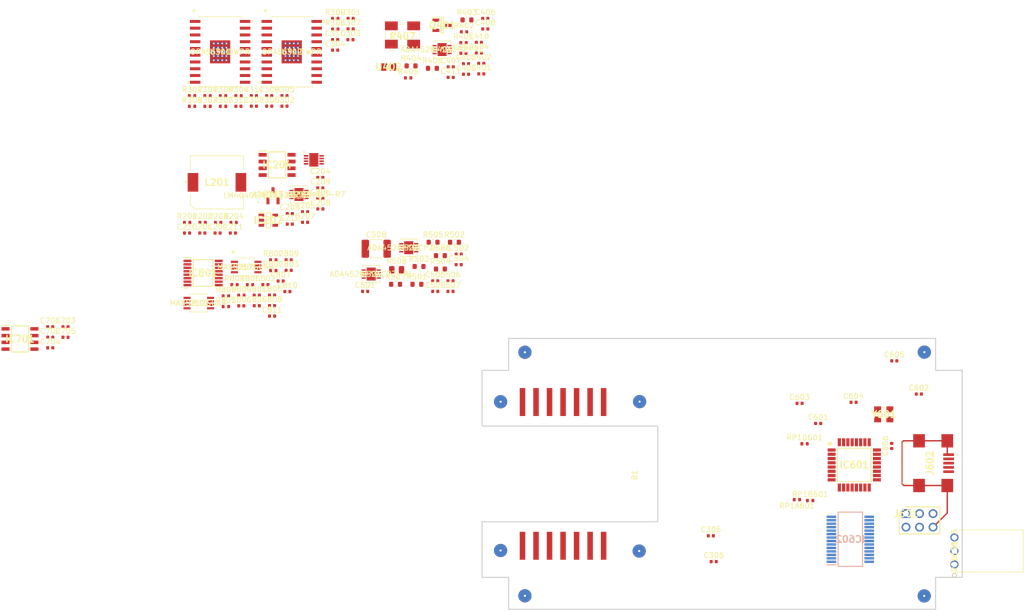
<source format=kicad_pcb>
(kicad_pcb (version 20171130) (host pcbnew "(5.1.10-1-10_14)")
  (layers (0 F.Cu signal) (1 GND power) (2 PWR power) (31 B.Cu signal) (34 B.Paste user) (35 F.Paste user) (36 B.SilkS user) (37 F.SilkS user) (38 B.Mask user) (39 F.Mask user) (44 Edge.Cuts user))
  (net 0 "")
  (net 1 Butterfly_Thermistor)
  (net 2 4.2V)
  (net 3 LASER_V-)
  (net 4 TEC_Plus)
  (net 5 TEC_Minus)
  (net 6 "Net-(B1-Pad10)")
  (net 7 3.3V)
  (net 8 "Net-(B1-Pad12)")
  (net 9 "Net-(B1-Pad13)")
  (net 10 "Net-(B1-Pad14)")
  (net 11 "Net-(C203-Pad1)")
  (net 12 "Net-(C204-Pad2)")
  (net 13 "Net-(C205-Pad1)")
  (net 14 "Net-(C205-Pad2)")
  (net 15 "Net-(C207-Pad2)")
  (net 16 5.0V)
  (net 17 "Net-(C209-Pad1)")
  (net 18 "Net-(C301-Pad1)")
  (net 19 REFERENCE_2.5V)
  (net 20 "Net-(C304-Pad2)")
  (net 21 "Net-(C305-Pad2)")
  (net 22 "Net-(C306-Pad2)")
  (net 23 MODULATION_SIGNAL)
  (net 24 "Net-(C401-Pad1)")
  (net 25 "Net-(C405-Pad1)")
  (net 26 "Net-(C406-Pad1)")
  (net 27 "Net-(C407-Pad2)")
  (net 28 "Net-(C408-Pad1)")
  (net 29 "Net-(C411-Pad2)")
  (net 30 "Net-(C501-Pad1)")
  (net 31 "Net-(C508-Pad1)")
  (net 32 Thermal_Control_to_Power_OpAmps)
  (net 33 "Net-(C601-Pad1)")
  (net 34 "Net-(C602-Pad1)")
  (net 35 "Net-(C606-Pad1)")
  (net 36 "Net-(C703-Pad1)")
  (net 37 "Net-(C807-Pad1)")
  (net 38 "Net-(IC201-Pad4)")
  (net 39 "Net-(IC202-Pad1)")
  (net 40 "Net-(IC202-Pad3)")
  (net 41 "Net-(IC202-Pad4)")
  (net 42 "Net-(IC203-Pad9)")
  (net 43 5V_EXTERNAL_Power_Source)
  (net 44 /ArduinoNano/D3)
  (net 45 /ArduinoNano/D4)
  (net 46 Arduino_D5_Output)
  (net 47 /ArduinoNano/D6)
  (net 48 /ArduinoNano/D7)
  (net 49 /ArduinoNano/D8)
  (net 50 /ArduinoNano/D9)
  (net 51 /ArduinoNano/D10)
  (net 52 /ArduinoNano/D11-MOSI)
  (net 53 /ArduinoNano/D12-MISO)
  (net 54 /ArduinoNano/D13-SCK)
  (net 55 /ArduinoNano/A6)
  (net 56 /ArduinoNano/A7)
  (net 57 /ArduinoNano/A0)
  (net 58 /ArduinoNano/A1)
  (net 59 To_Arduino_AtoD_Pos)
  (net 60 To_Arduino_AtoD_Neg)
  (net 61 SDA)
  (net 62 SCL)
  (net 63 /ArduinoNano/RESET)
  (net 64 /ArduinoNano/D0-RX)
  (net 65 /ArduinoNano/D1-TX)
  (net 66 /ArduinoNano/D2)
  (net 67 /ArduinoNano/RX)
  (net 68 "Net-(IC602-Pad2)")
  (net 69 "Net-(IC602-Pad3)")
  (net 70 "Net-(IC602-Pad4)")
  (net 71 /ArduinoNano/TX)
  (net 72 "Net-(IC602-Pad6)")
  (net 73 "Net-(IC602-Pad8)")
  (net 74 "Net-(IC602-Pad9)")
  (net 75 "Net-(IC602-Pad10)")
  (net 76 "Net-(IC602-Pad11)")
  (net 77 "Net-(IC602-Pad12)")
  (net 78 "Net-(IC602-Pad13)")
  (net 79 "Net-(IC602-Pad14)")
  (net 80 "Net-(IC602-Pad15)")
  (net 81 "Net-(IC602-Pad16)")
  (net 82 "Net-(IC602-Pad17)")
  (net 83 "Net-(IC602-Pad19)")
  (net 84 "Net-(IC602-Pad22)")
  (net 85 "Net-(IC602-Pad23)")
  (net 86 "Net-(IC602-Pad24)")
  (net 87 "Net-(IC602-Pad27)")
  (net 88 "Net-(IC602-Pad28)")
  (net 89 "Net-(IC701-Pad5)")
  (net 90 "Net-(IC701-Pad8)")
  (net 91 "Net-(IC801-Pad11)")
  (net 92 "Net-(IC801-Pad14)")
  (net 93 "Net-(J602-Pad2)")
  (net 94 "Net-(J602-Pad5)")
  (net 95 "Net-(Q401-Pad1)")
  (net 96 Current_to_AtoD)
  (net 97 "Net-(R305-Pad1)")
  (net 98 "Net-(R306-Pad1)")
  (net 99 "Net-(R401-Pad1)")
  (net 100 "Net-(R402-Pad2)")
  (net 101 DtoA_Output_to_Current)
  (net 102 "DtoA_Output_(Setpoint)")
  (net 103 "Net-(R503-Pad1)")
  (net 104 "Net-(R503-Pad2)")
  (net 105 "Net-(R504-Pad1)")
  (net 106 "Net-(R504-Pad2)")
  (net 107 "Net-(R506-Pad1)")
  (net 108 "Net-(R507-Pad2)")
  (net 109 "Net-(U201-Pad3)")
  (net 110 "Net-(U301-PadEPAD)")
  (net 111 "Net-(U301-Pad16)")
  (net 112 "Net-(U301-Pad9)")
  (net 113 "Net-(U301-Pad7)")
  (net 114 "Net-(U301-Pad4)")
  (net 115 "Net-(U301-Pad2)")
  (net 116 "Net-(U302-Pad2)")
  (net 117 "Net-(U302-Pad4)")
  (net 118 "Net-(U302-Pad7)")
  (net 119 "Net-(U302-Pad9)")
  (net 120 "Net-(U302-Pad16)")
  (net 121 "Net-(U302-PadEPAD)")
  (net 122 "Net-(U401-Pad9)")
  (net 123 "Net-(U501-Pad9)")
  (net 124 "Net-(U502-Pad9)")
  (net 125 Monitor+_To_AIN2)
  (net 126 GND)
  (module Capacitor_SMD:C_0402_1005Metric (layer F.Cu) (at 166.3 123.25)
    (fp_text reference C306 (at 0 -1.16) (layer F.SilkS))
    (fp_text value 100u)
    (pad 2 smd roundrect (at 0.48 0) (size 0.56 0.62) (layers F.Cu F.Paste F.Mask) (net 2 4.2V))
    (pad 1 smd roundrect (at -0.48 0) (size 0.56 0.62) (layers F.Cu F.Paste F.Mask) (net 126 GND))
  )
  (module Capacitor_SMD:C_0402_1005Metric (layer F.Cu) (at 165.76 118.4)
    (fp_text reference C305 (at 0 -1.16) (layer F.SilkS))
    (fp_text value 100u)
    (pad 2 smd roundrect (at 0.48 0) (size 0.56 0.62) (layers F.Cu F.Paste F.Mask) (net 2 4.2V))
    (pad 1 smd roundrect (at -0.48 0) (size 0.56 0.62) (layers F.Cu F.Paste F.Mask) (net 126 GND))
  )
  (module "footprint libraries:Butterfly" (layer F.Cu) (at 145.62 106.78 270)
    (fp_text reference B1 (at 0.254 -5.842 270) (layer F.SilkS) (effects (font (thickness 0.15) italic)))
    (fp_text value butterfly)
    (pad 1 smd rect (at -13.5 0 270) (size 5.25 1.04) (layers F.Cu F.Paste F.Mask) (net 1 Butterfly_Thermistor))
    (pad 2 smd rect (at -13.5 2.54 270) (size 5.25 1.04) (layers F.Cu F.Paste F.Mask) (net 126 GND))
    (pad 3 smd rect (at -13.5 5.08 270) (size 5.25 1.04) (layers F.Cu F.Paste F.Mask) (net 3 LASER_V-))
    (pad 4 smd rect (at -13.5 7.62 270) (size 5.25 1.04) (layers F.Cu F.Paste F.Mask) (net 125 Monitor+_To_AIN2))
    (pad 5 smd rect (at -13.5 10.16 270) (size 5.25 1.04) (layers F.Cu F.Paste F.Mask) (net 126 GND))
    (pad 6 smd rect (at -13.5 12.7 270) (size 5.25 1.04) (layers F.Cu F.Paste F.Mask) (net 4 TEC_Plus))
    (pad 7 smd rect (at -13.5 15.24 270) (size 5.25 1.04) (layers F.Cu F.Paste F.Mask) (net 5 TEC_Minus))
    (pad 8 smd rect (at 13.5 0 270) (size 5.25 1.04) (layers F.Cu F.Paste F.Mask) (net 126 GND))
    (pad 9 smd rect (at 13.5 2.54 270) (size 5.25 1.04) (layers F.Cu F.Paste F.Mask) (net 126 GND))
    (pad 10 smd rect (at 13.5 5.08 270) (size 5.25 1.04) (layers F.Cu F.Paste F.Mask) (net 6 "Net-(B1-Pad10)"))
    (pad 11 smd rect (at 13.5 7.62 270) (size 5.25 1.04) (layers F.Cu F.Paste F.Mask) (net 7 3.3V))
    (pad 12 smd rect (at 13.5 10.16 270) (size 5.25 1.04) (layers F.Cu F.Paste F.Mask) (net 8 "Net-(B1-Pad12)"))
    (pad 13 smd rect (at 13.5 12.7 270) (size 5.25 1.04) (layers F.Cu F.Paste F.Mask) (net 9 "Net-(B1-Pad13)"))
    (pad 14 smd rect (at 13.5 15.24 270) (size 5.25 1.04) (layers F.Cu F.Paste F.Mask) (net 10 "Net-(B1-Pad14)"))
  )
  (module Capacitor_SMD:C_0402_1005Metric (layer F.Cu) (at 70.235001 61.535001)
    (fp_text reference C201 (at 0 -1.16) (layer F.SilkS))
    (fp_text value 100u)
    (pad 2 smd roundrect (at 0.48 0) (size 0.56 0.62) (layers F.Cu F.Paste F.Mask) (net 126 GND))
    (pad 1 smd roundrect (at -0.48 0) (size 0.56 0.62) (layers F.Cu F.Paste F.Mask) (net 2 4.2V))
  )
  (module Capacitor_SMD:C_0402_1005Metric (layer F.Cu) (at 73.105001 61.535001)
    (fp_text reference C202 (at 0 -1.16) (layer F.SilkS))
    (fp_text value 100u)
    (pad 2 smd roundrect (at 0.48 0) (size 0.56 0.62) (layers F.Cu F.Paste F.Mask) (net 126 GND))
    (pad 1 smd roundrect (at -0.48 0) (size 0.56 0.62) (layers F.Cu F.Paste F.Mask) (net 2 4.2V))
  )
  (module Capacitor_SMD:C_0402_1005Metric (layer F.Cu) (at 86.665001 57.885001)
    (fp_text reference C203 (at 0 -1.16) (layer F.SilkS))
    (fp_text value 1u)
    (pad 2 smd roundrect (at 0.48 0) (size 0.56 0.62) (layers F.Cu F.Paste F.Mask) (net 126 GND))
    (pad 1 smd roundrect (at -0.48 0) (size 0.56 0.62) (layers F.Cu F.Paste F.Mask) (net 11 "Net-(C203-Pad1)"))
  )
  (module Capacitor_SMD:C_0402_1005Metric (layer F.Cu) (at 92.395001 51.095001)
    (fp_text reference C204 (at 0 -1.16) (layer F.SilkS))
    (fp_text value 100u)
    (pad 2 smd roundrect (at 0.48 0) (size 0.56 0.62) (layers F.Cu F.Paste F.Mask) (net 12 "Net-(C204-Pad2)"))
    (pad 1 smd roundrect (at -0.48 0) (size 0.56 0.62) (layers F.Cu F.Paste F.Mask) (net 126 GND))
  )
  (module Capacitor_SMD:C_0402_1005Metric (layer F.Cu) (at 89.535001 57.545001)
    (fp_text reference C205 (at 0 -1.16) (layer F.SilkS))
    (fp_text value 2.2u)
    (pad 1 smd roundrect (at -0.48 0) (size 0.56 0.62) (layers F.Cu F.Paste F.Mask) (net 13 "Net-(C205-Pad1)"))
    (pad 2 smd roundrect (at 0.48 0) (size 0.56 0.62) (layers F.Cu F.Paste F.Mask) (net 14 "Net-(C205-Pad2)"))
  )
  (module Capacitor_SMD:C_0402_1005Metric (layer F.Cu) (at 92.395001 55.035001)
    (fp_text reference C206 (at 0 -1.16) (layer F.SilkS))
    (fp_text value 1u)
    (pad 2 smd roundrect (at 0.48 0) (size 0.56 0.62) (layers F.Cu F.Paste F.Mask) (net 13 "Net-(C205-Pad1)"))
    (pad 1 smd roundrect (at -0.48 0) (size 0.56 0.62) (layers F.Cu F.Paste F.Mask) (net 126 GND))
  )
  (module Capacitor_SMD:C_0402_1005Metric (layer F.Cu) (at 89.535001 59.515001)
    (fp_text reference C207 (at 0 -1.16) (layer F.SilkS))
    (fp_text value 10u)
    (pad 1 smd roundrect (at -0.48 0) (size 0.56 0.62) (layers F.Cu F.Paste F.Mask) (net 126 GND))
    (pad 2 smd roundrect (at 0.48 0) (size 0.56 0.62) (layers F.Cu F.Paste F.Mask) (net 15 "Net-(C207-Pad2)"))
  )
  (module Capacitor_SMD:C_0402_1005Metric (layer F.Cu) (at 92.405001 57.005001)
    (fp_text reference C208 (at 0 -1.16) (layer F.SilkS))
    (fp_text value 100u)
    (pad 1 smd roundrect (at -0.48 0) (size 0.56 0.62) (layers F.Cu F.Paste F.Mask) (net 126 GND))
    (pad 2 smd roundrect (at 0.48 0) (size 0.56 0.62) (layers F.Cu F.Paste F.Mask) (net 16 5.0V))
  )
  (module Capacitor_SMD:C_0402_1005Metric (layer F.Cu) (at 92.395001 53.065001)
    (fp_text reference C209 (at 0 -1.16) (layer F.SilkS))
    (fp_text value 100u)
    (pad 1 smd roundrect (at -0.48 0) (size 0.56 0.62) (layers F.Cu F.Paste F.Mask) (net 17 "Net-(C209-Pad1)"))
    (pad 2 smd roundrect (at 0.48 0) (size 0.56 0.62) (layers F.Cu F.Paste F.Mask) (net 126 GND))
  )
  (module Capacitor_SMD:C_0402_1005Metric (layer F.Cu) (at 67.365001 61.535001)
    (fp_text reference C210 (at 0 -1.16) (layer F.SilkS))
    (fp_text value 0.1u)
    (pad 1 smd roundrect (at -0.48 0) (size 0.56 0.62) (layers F.Cu F.Paste F.Mask) (net 126 GND))
    (pad 2 smd roundrect (at 0.48 0) (size 0.56 0.62) (layers F.Cu F.Paste F.Mask) (net 13 "Net-(C205-Pad1)"))
  )
  (module Capacitor_SMD:C_0402_1005Metric (layer F.Cu) (at 75.975001 61.535001)
    (fp_text reference C211 (at 0 -1.16) (layer F.SilkS))
    (fp_text value 100u)
    (pad 1 smd roundrect (at -0.48 0) (size 0.56 0.62) (layers F.Cu F.Paste F.Mask) (net 126 GND))
    (pad 2 smd roundrect (at 0.48 0) (size 0.56 0.62) (layers F.Cu F.Paste F.Mask) (net 7 3.3V))
  )
  (module Capacitor_SMD:C_0402_1005Metric (layer F.Cu) (at 86.665001 59.855001)
    (fp_text reference C212 (at 0 -1.16) (layer F.SilkS))
    (fp_text value 1u)
    (pad 2 smd roundrect (at 0.48 0) (size 0.56 0.62) (layers F.Cu F.Paste F.Mask) (net 126 GND))
    (pad 1 smd roundrect (at -0.48 0) (size 0.56 0.62) (layers F.Cu F.Paste F.Mask) (net 17 "Net-(C209-Pad1)"))
  )
  (module Capacitor_SMD:C_0402_1005Metric (layer F.Cu) (at 98.095001 21.225001)
    (fp_text reference C301 (at 0 -1.16) (layer F.SilkS))
    (fp_text value 10u)
    (pad 1 smd roundrect (at -0.48 0) (size 0.56 0.62) (layers F.Cu F.Paste F.Mask) (net 18 "Net-(C301-Pad1)"))
    (pad 2 smd roundrect (at 0.48 0) (size 0.56 0.62) (layers F.Cu F.Paste F.Mask) (net 4 TEC_Plus))
  )
  (module Capacitor_SMD:C_0402_1005Metric (layer F.Cu) (at 85.665001 37.705001)
    (fp_text reference C302 (at 0 -1.16) (layer F.SilkS))
    (fp_text value 0.1u)
    (pad 2 smd roundrect (at 0.48 0) (size 0.56 0.62) (layers F.Cu F.Paste F.Mask) (net 19 REFERENCE_2.5V))
    (pad 1 smd roundrect (at -0.48 0) (size 0.56 0.62) (layers F.Cu F.Paste F.Mask) (net 126 GND))
  )
  (module Capacitor_SMD:C_0402_1005Metric (layer F.Cu) (at 98.055001 25.205001)
    (fp_text reference C303 (at 0 -1.16) (layer F.SilkS))
    (fp_text value 0.1u)
    (pad 1 smd roundrect (at -0.48 0) (size 0.56 0.62) (layers F.Cu F.Paste F.Mask) (net 126 GND))
    (pad 2 smd roundrect (at 0.48 0) (size 0.56 0.62) (layers F.Cu F.Paste F.Mask) (net 19 REFERENCE_2.5V))
  )
  (module Capacitor_SMD:C_0402_1005Metric (layer F.Cu) (at 95.185001 27.175001)
    (fp_text reference C304 (at 0 -1.16) (layer F.SilkS))
    (fp_text value 10u)
    (pad 2 smd roundrect (at 0.48 0) (size 0.56 0.62) (layers F.Cu F.Paste F.Mask) (net 20 "Net-(C304-Pad2)"))
    (pad 1 smd roundrect (at -0.48 0) (size 0.56 0.62) (layers F.Cu F.Paste F.Mask) (net 5 TEC_Minus))
  )
  (module Capacitor_SMD:C_0402_1005Metric (layer F.Cu) (at 85.665001 35.735001)
    (fp_text reference C305 (at 0 -1.16) (layer F.SilkS))
    (fp_text value 100u)
    (pad 2 smd roundrect (at 0.48 0) (size 0.56 0.62) (layers F.Cu F.Paste F.Mask) (net 21 "Net-(C305-Pad2)"))
    (pad 1 smd roundrect (at -0.48 0) (size 0.56 0.62) (layers F.Cu F.Paste F.Mask) (net 2 4.2V))
  )
  (module Capacitor_SMD:C_0402_1005Metric (layer F.Cu) (at 82.795001 37.705001)
    (fp_text reference C306 (at 0 -1.16) (layer F.SilkS))
    (fp_text value 100u)
    (pad 1 smd roundrect (at -0.48 0) (size 0.56 0.62) (layers F.Cu F.Paste F.Mask) (net 2 4.2V))
    (pad 2 smd roundrect (at 0.48 0) (size 0.56 0.62) (layers F.Cu F.Paste F.Mask) (net 22 "Net-(C306-Pad2)"))
  )
  (module Capacitor_SMD:C_0402_1005Metric (layer F.Cu) (at 98.095001 23.195001)
    (fp_text reference C307 (at 0 -1.16) (layer F.SilkS))
    (fp_text value 0.1u)
    (pad 2 smd roundrect (at 0.48 0) (size 0.56 0.62) (layers F.Cu F.Paste F.Mask) (net 126 GND))
    (pad 1 smd roundrect (at -0.48 0) (size 0.56 0.62) (layers F.Cu F.Paste F.Mask) (net 2 4.2V))
  )
  (module Capacitor_SMD:C_0402_1005Metric (layer F.Cu) (at 79.925001 37.705001)
    (fp_text reference C308 (at 0 -1.16) (layer F.SilkS))
    (fp_text value 0.1u)
    (pad 2 smd roundrect (at 0.48 0) (size 0.56 0.62) (layers F.Cu F.Paste F.Mask) (net 126 GND))
    (pad 1 smd roundrect (at -0.48 0) (size 0.56 0.62) (layers F.Cu F.Paste F.Mask) (net 2 4.2V))
  )
  (module Capacitor_SMD:C_0402_1005Metric (layer F.Cu) (at 82.795001 35.735001)
    (fp_text reference C309 (at 0 -1.16) (layer F.SilkS))
    (fp_text value 1u)
    (pad 1 smd roundrect (at -0.48 0) (size 0.56 0.62) (layers F.Cu F.Paste F.Mask) (net 126 GND))
    (pad 2 smd roundrect (at 0.48 0) (size 0.56 0.62) (layers F.Cu F.Paste F.Mask) (net 2 4.2V))
  )
  (module Capacitor_SMD:C_0402_1005Metric (layer F.Cu) (at 95.185001 25.205001)
    (fp_text reference C310 (at 0 -1.16) (layer F.SilkS))
    (fp_text value 0.1u)
    (pad 1 smd roundrect (at -0.48 0) (size 0.56 0.62) (layers F.Cu F.Paste F.Mask) (net 126 GND))
    (pad 2 smd roundrect (at 0.48 0) (size 0.56 0.62) (layers F.Cu F.Paste F.Mask) (net 2 4.2V))
  )
  (module Capacitor_SMD:C_0402_1005Metric (layer F.Cu) (at 79.925001 35.735001)
    (fp_text reference C311 (at 0 -1.16) (layer F.SilkS))
    (fp_text value 1u)
    (pad 2 smd roundrect (at 0.48 0) (size 0.56 0.62) (layers F.Cu F.Paste F.Mask) (net 2 4.2V))
    (pad 1 smd roundrect (at -0.48 0) (size 0.56 0.62) (layers F.Cu F.Paste F.Mask) (net 126 GND))
  )
  (module Capacitor_SMD:C_0402_1005Metric (layer F.Cu) (at 77.015001 37.725001)
    (fp_text reference C312 (at 0 -1.16) (layer F.SilkS))
    (fp_text value 0.1u)
    (pad 1 smd roundrect (at -0.48 0) (size 0.56 0.62) (layers F.Cu F.Paste F.Mask) (net 126 GND))
    (pad 2 smd roundrect (at 0.48 0) (size 0.56 0.62) (layers F.Cu F.Paste F.Mask) (net 2 4.2V))
  )
  (module Capacitor_SMD:C_0402_1005Metric (layer F.Cu) (at 122.635001 31.635001)
    (fp_text reference C401 (at 0 -1.16) (layer F.SilkS))
    (fp_text value 1u)
    (pad 2 smd roundrect (at 0.48 0) (size 0.56 0.62) (layers F.Cu F.Paste F.Mask) (net 23 MODULATION_SIGNAL))
    (pad 1 smd roundrect (at -0.48 0) (size 0.56 0.62) (layers F.Cu F.Paste F.Mask) (net 24 "Net-(C401-Pad1)"))
  )
  (module Capacitor_SMD:C_0402_1005Metric (layer F.Cu) (at 122.635001 29.665001)
    (fp_text reference C402 (at 0 -1.16) (layer F.SilkS))
    (fp_text value 0.1u)
    (pad 1 smd roundrect (at -0.48 0) (size 0.56 0.62) (layers F.Cu F.Paste F.Mask) (net 126 GND))
    (pad 2 smd roundrect (at 0.48 0) (size 0.56 0.62) (layers F.Cu F.Paste F.Mask) (net 19 REFERENCE_2.5V))
  )
  (module Capacitor_SMD:C_0402_1005Metric (layer F.Cu) (at 119.765001 31.705001)
    (fp_text reference C403 (at 0 -1.16) (layer F.SilkS))
    (fp_text value 1u)
    (pad 2 smd roundrect (at 0.48 0) (size 0.56 0.62) (layers F.Cu F.Paste F.Mask) (net 126 GND))
    (pad 1 smd roundrect (at -0.48 0) (size 0.56 0.62) (layers F.Cu F.Paste F.Mask) (net 7 3.3V))
  )
  (module Capacitor_SMD:C_0402_1005Metric (layer F.Cu) (at 122.185001 27.695001)
    (fp_text reference C404 (at 0 -1.16) (layer F.SilkS))
    (fp_text value 0.1u)
    (pad 1 smd roundrect (at -0.48 0) (size 0.56 0.62) (layers F.Cu F.Paste F.Mask) (net 7 3.3V))
    (pad 2 smd roundrect (at 0.48 0) (size 0.56 0.62) (layers F.Cu F.Paste F.Mask) (net 126 GND))
  )
  (module Capacitor_SMD:C_0402_1005Metric (layer F.Cu) (at 119.765001 29.735001)
    (fp_text reference C405 (at 0 -1.16) (layer F.SilkS))
    (fp_text value 10u)
    (pad 2 smd roundrect (at 0.48 0) (size 0.56 0.62) (layers F.Cu F.Paste F.Mask) (net 126 GND))
    (pad 1 smd roundrect (at -0.48 0) (size 0.56 0.62) (layers F.Cu F.Paste F.Mask) (net 25 "Net-(C405-Pad1)"))
  )
  (module Capacitor_SMD:C_0402_1005Metric (layer F.Cu) (at 123.385001 21.225001)
    (fp_text reference C406 (at 0 -1.16) (layer F.SilkS))
    (fp_text value 10u)
    (pad 1 smd roundrect (at -0.48 0) (size 0.56 0.62) (layers F.Cu F.Paste F.Mask) (net 26 "Net-(C406-Pad1)"))
    (pad 2 smd roundrect (at 0.48 0) (size 0.56 0.62) (layers F.Cu F.Paste F.Mask) (net 126 GND))
  )
  (module Capacitor_SMD:C_0402_1005Metric (layer F.Cu) (at 116.895001 30.325001)
    (fp_text reference C407 (at 0 -1.16) (layer F.SilkS))
    (fp_text value 0.1u)
    (pad 2 smd roundrect (at 0.48 0) (size 0.56 0.62) (layers F.Cu F.Paste F.Mask) (net 27 "Net-(C407-Pad2)"))
    (pad 1 smd roundrect (at -0.48 0) (size 0.56 0.62) (layers F.Cu F.Paste F.Mask) (net 126 GND))
  )
  (module Capacitor_SMD:C_0402_1005Metric (layer F.Cu) (at 123.385001 23.195001)
    (fp_text reference C408 (at 0 -1.16) (layer F.SilkS))
    (fp_text value 10u)
    (pad 1 smd roundrect (at -0.48 0) (size 0.56 0.62) (layers F.Cu F.Paste F.Mask) (net 28 "Net-(C408-Pad1)"))
    (pad 2 smd roundrect (at 0.48 0) (size 0.56 0.62) (layers F.Cu F.Paste F.Mask) (net 126 GND))
  )
  (module Capacitor_SMD:C_0402_1005Metric (layer F.Cu) (at 119.275001 27.765001)
    (fp_text reference C409 (at 0 -1.16) (layer F.SilkS))
    (fp_text value 1u)
    (pad 2 smd roundrect (at 0.48 0) (size 0.56 0.62) (layers F.Cu F.Paste F.Mask) (net 28 "Net-(C408-Pad1)"))
    (pad 1 smd roundrect (at -0.48 0) (size 0.56 0.62) (layers F.Cu F.Paste F.Mask) (net 27 "Net-(C407-Pad2)"))
  )
  (module Capacitor_SMD:C_0402_1005Metric (layer F.Cu) (at 122.185001 25.725001)
    (fp_text reference C410 (at 0 -1.16) (layer F.SilkS))
    (fp_text value 10u)
    (pad 1 smd roundrect (at -0.48 0) (size 0.56 0.62) (layers F.Cu F.Paste F.Mask) (net 7 3.3V))
    (pad 2 smd roundrect (at 0.48 0) (size 0.56 0.62) (layers F.Cu F.Paste F.Mask) (net 3 LASER_V-))
  )
  (module Capacitor_SMD:C_0402_1005Metric (layer F.Cu) (at 116.895001 32.295001)
    (fp_text reference C411 (at 0 -1.16) (layer F.SilkS))
    (fp_text value 10u)
    (pad 2 smd roundrect (at 0.48 0) (size 0.56 0.62) (layers F.Cu F.Paste F.Mask) (net 29 "Net-(C411-Pad2)"))
    (pad 1 smd roundrect (at -0.48 0) (size 0.56 0.62) (layers F.Cu F.Paste F.Mask) (net 7 3.3V))
  )
  (module Capacitor_SMD:C_0402_1005Metric (layer F.Cu) (at 100.815001 72.495001)
    (fp_text reference C501 (at 0 -1.16) (layer F.SilkS))
    (fp_text value 2.2u)
    (pad 2 smd roundrect (at 0.48 0) (size 0.56 0.62) (layers F.Cu F.Paste F.Mask) (net 126 GND))
    (pad 1 smd roundrect (at -0.48 0) (size 0.56 0.62) (layers F.Cu F.Paste F.Mask) (net 30 "Net-(C501-Pad1)"))
  )
  (module Capacitor_SMD:C_0402_1005Metric (layer F.Cu) (at 118.395001 65.505001)
    (fp_text reference C502 (at 0 -1.16) (layer F.SilkS))
    (fp_text value 2.2u)
    (pad 1 smd roundrect (at -0.48 0) (size 0.56 0.62) (layers F.Cu F.Paste F.Mask) (net 1 Butterfly_Thermistor))
    (pad 2 smd roundrect (at 0.48 0) (size 0.56 0.62) (layers F.Cu F.Paste F.Mask) (net 126 GND))
  )
  (module Capacitor_SMD:C_0402_1005Metric (layer F.Cu) (at 113.985001 70.525001)
    (fp_text reference C503 (at 0 -1.16) (layer F.SilkS))
    (fp_text value 0.1u)
    (pad 1 smd roundrect (at -0.48 0) (size 0.56 0.62) (layers F.Cu F.Paste F.Mask) (net 19 REFERENCE_2.5V))
    (pad 2 smd roundrect (at 0.48 0) (size 0.56 0.62) (layers F.Cu F.Paste F.Mask) (net 126 GND))
  )
  (module Capacitor_SMD:C_0402_1005Metric (layer F.Cu) (at 118.395001 67.475001)
    (fp_text reference C504 (at 0 -1.16) (layer F.SilkS))
    (fp_text value 0.1u)
    (pad 2 smd roundrect (at 0.48 0) (size 0.56 0.62) (layers F.Cu F.Paste F.Mask) (net 126 GND))
    (pad 1 smd roundrect (at -0.48 0) (size 0.56 0.62) (layers F.Cu F.Paste F.Mask) (net 7 3.3V))
  )
  (module Capacitor_SMD:C_0402_1005Metric (layer F.Cu) (at 113.985001 72.495001)
    (fp_text reference C505 (at 0 -1.16) (layer F.SilkS))
    (fp_text value 1u)
    (pad 1 smd roundrect (at -0.48 0) (size 0.56 0.62) (layers F.Cu F.Paste F.Mask) (net 7 3.3V))
    (pad 2 smd roundrect (at 0.48 0) (size 0.56 0.62) (layers F.Cu F.Paste F.Mask) (net 126 GND))
  )
  (module Capacitor_SMD:C_0402_1005Metric (layer F.Cu) (at 116.855001 70.525001)
    (fp_text reference C506 (at 0 -1.16) (layer F.SilkS))
    (fp_text value 0.1u)
    (pad 2 smd roundrect (at 0.48 0) (size 0.56 0.62) (layers F.Cu F.Paste F.Mask) (net 126 GND))
    (pad 1 smd roundrect (at -0.48 0) (size 0.56 0.62) (layers F.Cu F.Paste F.Mask) (net 7 3.3V))
  )
  (module Capacitor_SMD:C_0402_1005Metric (layer F.Cu) (at 116.855001 72.495001)
    (fp_text reference C507 (at 0 -1.16) (layer F.SilkS))
    (fp_text value 1u)
    (pad 1 smd roundrect (at -0.48 0) (size 0.56 0.62) (layers F.Cu F.Paste F.Mask) (net 7 3.3V))
    (pad 2 smd roundrect (at 0.48 0) (size 0.56 0.62) (layers F.Cu F.Paste F.Mask) (net 126 GND))
  )
  (module Capacitor_SMD:C_1812_4532Metric (layer F.Cu) (at 102.905001 64.485001)
    (fp_text reference C508 (at 0 -2.65) (layer F.SilkS))
    (fp_text value 6.8u)
    (pad 1 smd roundrect (at -2.05 0) (size 1.4 3.4) (layers F.Cu F.Paste F.Mask) (roundrect_rratio 0.178571) (net 31 "Net-(C508-Pad1)"))
    (pad 2 smd roundrect (at 2.05 0) (size 1.4 3.4) (layers F.Cu F.Paste F.Mask) (roundrect_rratio 0.178571) (net 32 Thermal_Control_to_Power_OpAmps))
  )
  (module Capacitor_SMD:C_0402_1005Metric (layer F.Cu) (at 185.92 97.3)
    (fp_text reference C601 (at 0 -1.16) (layer F.SilkS))
    (fp_text value C)
    (pad 1 smd roundrect (at -0.48 0) (size 0.56 0.62) (layers F.Cu F.Paste F.Mask) (net 33 "Net-(C601-Pad1)"))
    (pad 2 smd roundrect (at 0.48 0) (size 0.56 0.62) (layers F.Cu F.Paste F.Mask) (net 126 GND))
  )
  (module Capacitor_SMD:C_0402_1005Metric (layer F.Cu) (at 204.83 91.78)
    (fp_text reference C602 (at 0 -1.16) (layer F.SilkS))
    (fp_text value C)
    (pad 2 smd roundrect (at 0.48 0) (size 0.56 0.62) (layers F.Cu F.Paste F.Mask) (net 126 GND))
    (pad 1 smd roundrect (at -0.48 0) (size 0.56 0.62) (layers F.Cu F.Paste F.Mask) (net 34 "Net-(C602-Pad1)"))
  )
  (module Capacitor_SMD:C_0402_1005Metric (layer F.Cu) (at 182.425001 93.525001)
    (fp_text reference C603 (at 0 -1.16) (layer F.SilkS))
    (fp_text value 1uf)
    (pad 2 smd roundrect (at 0.48 0) (size 0.56 0.62) (layers F.Cu F.Paste F.Mask) (net 126 GND))
    (pad 1 smd roundrect (at -0.48 0) (size 0.56 0.62) (layers F.Cu F.Paste F.Mask) (net 16 5.0V))
  )
  (module Capacitor_SMD:C_0402_1005Metric (layer F.Cu) (at 192.57 93.33)
    (fp_text reference C604 (at 0 -1.16) (layer F.SilkS))
    (fp_text value 4.7uF_16V)
    (pad 2 smd roundrect (at 0.48 0) (size 0.56 0.62) (layers F.Cu F.Paste F.Mask) (net 126 GND))
    (pad 1 smd roundrect (at -0.48 0) (size 0.56 0.62) (layers F.Cu F.Paste F.Mask) (net 16 5.0V))
  )
  (module Capacitor_SMD:C_0402_1005Metric (layer F.Cu) (at 200.215001 85.545001)
    (fp_text reference C605 (at 0 -1.16) (layer F.SilkS))
    (fp_text value 1uf)
    (pad 2 smd roundrect (at 0.48 0) (size 0.56 0.62) (layers F.Cu F.Paste F.Mask) (net 126 GND))
    (pad 1 smd roundrect (at -0.48 0) (size 0.56 0.62) (layers F.Cu F.Paste F.Mask) (net 16 5.0V))
  )
  (module Capacitor_SMD:C_0402_1005Metric (layer F.Cu) (at 199.73 101.53 90)
    (fp_text reference C606 (at 0 -1.16 90) (layer F.SilkS))
    (fp_text value 100nF)
    (pad 1 smd roundrect (at -0.48 0 90) (size 0.56 0.62) (layers F.Cu F.Paste F.Mask) (net 35 "Net-(C606-Pad1)"))
    (pad 2 smd roundrect (at 0.48 0 90) (size 0.56 0.62) (layers F.Cu F.Paste F.Mask) (net 126 GND))
  )
  (module Capacitor_SMD:C_0402_1005Metric (layer F.Cu) (at 41.665001 79.145001)
    (fp_text reference C701 (at 0 -1.16) (layer F.SilkS))
    (fp_text value 0.1u)
    (pad 1 smd roundrect (at -0.48 0) (size 0.56 0.62) (layers F.Cu F.Paste F.Mask) (net 7 3.3V))
    (pad 2 smd roundrect (at 0.48 0) (size 0.56 0.62) (layers F.Cu F.Paste F.Mask) (net 126 GND))
  )
  (module Capacitor_SMD:C_0402_1005Metric (layer F.Cu) (at 41.665001 81.115001)
    (fp_text reference C702 (at 0 -1.16) (layer F.SilkS))
    (fp_text value 0.1u)
    (pad 1 smd roundrect (at -0.48 0) (size 0.56 0.62) (layers F.Cu F.Paste F.Mask) (net 7 3.3V))
    (pad 2 smd roundrect (at 0.48 0) (size 0.56 0.62) (layers F.Cu F.Paste F.Mask) (net 126 GND))
  )
  (module Capacitor_SMD:C_0402_1005Metric (layer F.Cu) (at 44.535001 79.145001)
    (fp_text reference C703 (at 0 -1.16) (layer F.SilkS))
    (fp_text value 0.1u)
    (pad 2 smd roundrect (at 0.48 0) (size 0.56 0.62) (layers F.Cu F.Paste F.Mask) (net 126 GND))
    (pad 1 smd roundrect (at -0.48 0) (size 0.56 0.62) (layers F.Cu F.Paste F.Mask) (net 36 "Net-(C703-Pad1)"))
  )
  (module Capacitor_SMD:C_0402_1005Metric (layer F.Cu) (at 41.665001 83.085001)
    (fp_text reference C704 (at 0 -1.16) (layer F.SilkS))
    (fp_text value 1u)
    (pad 2 smd roundrect (at 0.48 0) (size 0.56 0.62) (layers F.Cu F.Paste F.Mask) (net 126 GND))
    (pad 1 smd roundrect (at -0.48 0) (size 0.56 0.62) (layers F.Cu F.Paste F.Mask) (net 7 3.3V))
  )
  (module Capacitor_SMD:C_0402_1005Metric (layer F.Cu) (at 44.535001 81.115001)
    (fp_text reference C705 (at 0 -1.16) (layer F.SilkS))
    (fp_text value 0.1u)
    (pad 1 smd roundrect (at -0.48 0) (size 0.56 0.62) (layers F.Cu F.Paste F.Mask) (net 19 REFERENCE_2.5V))
    (pad 2 smd roundrect (at 0.48 0) (size 0.56 0.62) (layers F.Cu F.Paste F.Mask) (net 126 GND))
  )
  (module Capacitor_SMD:C_0402_1005Metric (layer F.Cu) (at 80.465001 73.215001)
    (fp_text reference C801 (at 0 -1.16) (layer F.SilkS))
    (fp_text value 0.1u)
    (pad 1 smd roundrect (at -0.48 0) (size 0.56 0.62) (layers F.Cu F.Paste F.Mask) (net 19 REFERENCE_2.5V))
    (pad 2 smd roundrect (at 0.48 0) (size 0.56 0.62) (layers F.Cu F.Paste F.Mask) (net 126 GND))
  )
  (module Capacitor_SMD:C_0402_1005Metric (layer F.Cu) (at 82.085001 71.225001)
    (fp_text reference C802 (at 0 -1.16) (layer F.SilkS))
    (fp_text value 1u)
    (pad 2 smd roundrect (at 0.48 0) (size 0.56 0.62) (layers F.Cu F.Paste F.Mask) (net 126 GND))
    (pad 1 smd roundrect (at -0.48 0) (size 0.56 0.62) (layers F.Cu F.Paste F.Mask) (net 7 3.3V))
  )
  (module Capacitor_SMD:C_0402_1005Metric (layer F.Cu) (at 86.455001 68.545001)
    (fp_text reference C803 (at 0 -1.16) (layer F.SilkS))
    (fp_text value 0.1u)
    (pad 2 smd roundrect (at 0.48 0) (size 0.56 0.62) (layers F.Cu F.Paste F.Mask) (net 126 GND))
    (pad 1 smd roundrect (at -0.48 0) (size 0.56 0.62) (layers F.Cu F.Paste F.Mask) (net 7 3.3V))
  )
  (module Capacitor_SMD:C_0402_1005Metric (layer F.Cu) (at 80.465001 75.185001)
    (fp_text reference C804 (at 0 -1.16) (layer F.SilkS))
    (fp_text value 0.1u)
    (pad 1 smd roundrect (at -0.48 0) (size 0.56 0.62) (layers F.Cu F.Paste F.Mask) (net 19 REFERENCE_2.5V))
    (pad 2 smd roundrect (at 0.48 0) (size 0.56 0.62) (layers F.Cu F.Paste F.Mask) (net 126 GND))
  )
  (module Capacitor_SMD:C_0402_1005Metric (layer F.Cu) (at 83.335001 73.195001)
    (fp_text reference C805 (at 0 -1.16) (layer F.SilkS))
    (fp_text value 1u)
    (pad 1 smd roundrect (at -0.48 0) (size 0.56 0.62) (layers F.Cu F.Paste F.Mask) (net 7 3.3V))
    (pad 2 smd roundrect (at 0.48 0) (size 0.56 0.62) (layers F.Cu F.Paste F.Mask) (net 126 GND))
  )
  (module Capacitor_SMD:C_0402_1005Metric (layer F.Cu) (at 77.555001 75.205001)
    (fp_text reference C806 (at 0 -1.16) (layer F.SilkS))
    (fp_text value 0.1u)
    (pad 2 smd roundrect (at 0.48 0) (size 0.56 0.62) (layers F.Cu F.Paste F.Mask) (net 126 GND))
    (pad 1 smd roundrect (at -0.48 0) (size 0.56 0.62) (layers F.Cu F.Paste F.Mask) (net 7 3.3V))
  )
  (module Capacitor_SMD:C_0402_1005Metric (layer F.Cu) (at 84.955001 70.555001)
    (fp_text reference C807 (at 0 -1.16) (layer F.SilkS))
    (fp_text value 1u)
    (pad 1 smd roundrect (at -0.48 0) (size 0.56 0.62) (layers F.Cu F.Paste F.Mask) (net 37 "Net-(C807-Pad1)"))
    (pad 2 smd roundrect (at 0.48 0) (size 0.56 0.62) (layers F.Cu F.Paste F.Mask) (net 126 GND))
  )
  (module Capacitor_SMD:C_0402_1005Metric (layer F.Cu) (at 83.335001 75.165001)
    (fp_text reference C808 (at 0 -1.16) (layer F.SilkS))
    (fp_text value 1u)
    (pad 1 smd roundrect (at -0.48 0) (size 0.56 0.62) (layers F.Cu F.Paste F.Mask) (net 19 REFERENCE_2.5V))
    (pad 2 smd roundrect (at 0.48 0) (size 0.56 0.62) (layers F.Cu F.Paste F.Mask) (net 126 GND))
  )
  (module Capacitor_SMD:C_0402_1005Metric (layer F.Cu) (at 86.455001 66.575001)
    (fp_text reference C809 (at 0 -1.16) (layer F.SilkS))
    (fp_text value 0.1u)
    (pad 2 smd roundrect (at 0.48 0) (size 0.56 0.62) (layers F.Cu F.Paste F.Mask) (net 126 GND))
    (pad 1 smd roundrect (at -0.48 0) (size 0.56 0.62) (layers F.Cu F.Paste F.Mask) (net 19 REFERENCE_2.5V))
  )
  (module Capacitor_SMD:C_0402_1005Metric (layer F.Cu) (at 86.205001 72.525001)
    (fp_text reference C810 (at 0 -1.16) (layer F.SilkS))
    (fp_text value 1u)
    (pad 1 smd roundrect (at -0.48 0) (size 0.56 0.62) (layers F.Cu F.Paste F.Mask) (net 7 3.3V))
    (pad 2 smd roundrect (at 0.48 0) (size 0.56 0.62) (layers F.Cu F.Paste F.Mask) (net 126 GND))
  )
  (module Capacitor_SMD:C_0402_1005Metric (layer F.Cu) (at 83.335001 77.135001)
    (fp_text reference C811 (at 0 -1.16) (layer F.SilkS))
    (fp_text value 0.1u)
    (pad 2 smd roundrect (at 0.48 0) (size 0.56 0.62) (layers F.Cu F.Paste F.Mask) (net 126 GND))
    (pad 1 smd roundrect (at -0.48 0) (size 0.56 0.62) (layers F.Cu F.Paste F.Mask) (net 7 3.3V))
  )
  (module "footprint libraries:ADM7172ACPZ-4.2-R7" (layer F.Cu) (at 91.180001 47.785001)
    (fp_text reference IC201 (at 0 1.5) (layer F.SilkS) (effects (font (size 0.25 0.25) (thickness 0.0625))))
    (fp_text value ADM7172ACPZ-4.2-R7 hide)
    (pad 1 smd rect (at -1.45 -0.75 90) (size 0.3 0.85) (layers F.Cu F.Paste F.Mask) (net 2 4.2V))
    (pad 2 smd rect (at -1.45 -0.25 90) (size 0.3 0.85) (layers F.Cu F.Paste F.Mask) (net 2 4.2V))
    (pad 3 smd rect (at -1.45 0.25 90) (size 0.3 0.85) (layers F.Cu F.Paste F.Mask) (net 2 4.2V))
    (pad 4 smd rect (at -1.45 0.75 90) (size 0.3 0.85) (layers F.Cu F.Paste F.Mask) (net 38 "Net-(IC201-Pad4)"))
    (pad 5 smd rect (at 1.45 0.75 90) (size 0.3 0.85) (layers F.Cu F.Paste F.Mask) (net 12 "Net-(C204-Pad2)"))
    (pad 6 smd rect (at 1.45 0.25 90) (size 0.3 0.85) (layers F.Cu F.Paste F.Mask) (net 126 GND))
    (pad 7 smd rect (at 1.45 -0.25 90) (size 0.3 0.85) (layers F.Cu F.Paste F.Mask) (net 12 "Net-(C204-Pad2)"))
    (pad 8 smd rect (at 1.45 -0.75 90) (size 0.3 0.85) (layers F.Cu F.Paste F.Mask) (net 12 "Net-(C204-Pad2)"))
    (pad 9 smd rect (at 0 0) (size 1.7 2.54) (layers F.Cu F.Paste F.Mask) (net 126 GND))
  )
  (module "footprint libraries:LT1716CS5#TRPBF" (layer F.Cu) (at 82.630001 59.125001)
    (fp_text reference IC202 (at 0 0) (layer F.SilkS) (effects (font (size 1.27 1.27) (thickness 0.254))))
    (fp_text value LT1716CS5#TRPBF hide)
    (pad 1 smd rect (at -1.3 -0.95 90) (size 0.55 1.05) (layers F.Cu F.Paste F.Mask) (net 39 "Net-(IC202-Pad1)"))
    (pad 2 smd rect (at -1.3 0 90) (size 0.55 1.05) (layers F.Cu F.Paste F.Mask) (net 126 GND))
    (pad 3 smd rect (at -1.3 0.95 90) (size 0.55 1.05) (layers F.Cu F.Paste F.Mask) (net 40 "Net-(IC202-Pad3)"))
    (pad 4 smd rect (at 1.3 0.95 90) (size 0.55 1.05) (layers F.Cu F.Paste F.Mask) (net 41 "Net-(IC202-Pad4)"))
    (pad 5 smd rect (at 1.3 -0.95 90) (size 0.55 1.05) (layers F.Cu F.Paste F.Mask) (net 13 "Net-(C205-Pad1)"))
  )
  (module "footprint libraries:ADA4528-2ACPZ-RL" (layer F.Cu) (at 88.389 54.289001)
    (fp_text reference IC203 (at 0 0) (layer F.SilkS))
    (fp_text value ADM7154ARDZ-3.3-R7 (at 0 0) (layer F.SilkS))
    (fp_text user * (at 0 0) (layer F.SilkS))
    (pad 1 smd rect (at -1.4 -0.750001) (size 0.799999 0.25) (layers F.Cu F.Paste F.Mask) (net 15 "Net-(C207-Pad2)"))
    (pad 2 smd rect (at -1.4 -0.25) (size 0.799999 0.25) (layers F.Cu F.Paste F.Mask) (net 7 3.3V))
    (pad 3 smd rect (at -1.4 0.25) (size 0.799999 0.25) (layers F.Cu F.Paste F.Mask) (net 17 "Net-(C209-Pad1)"))
    (pad 4 smd rect (at -1.4 0.750001) (size 0.799999 0.25) (layers F.Cu F.Paste F.Mask) (net 126 GND))
    (pad 5 smd rect (at 1.4 0.750001) (size 0.799999 0.25) (layers F.Cu F.Paste F.Mask) (net 11 "Net-(C203-Pad1)"))
    (pad 6 smd rect (at 1.4 0.25) (size 0.799999 0.25) (layers F.Cu F.Paste F.Mask) (net 11 "Net-(C203-Pad1)"))
    (pad 7 smd rect (at 1.4 -0.25) (size 0.799999 0.25) (layers F.Cu F.Paste F.Mask) (net 2 4.2V))
    (pad 8 smd rect (at 1.4 -0.750001) (size 0.799999 0.25) (layers F.Cu F.Paste F.Mask) (net 2 4.2V))
    (pad 9 smd rect (at 0 0) (size 1.7 2.44) (layers F.Cu F.Paste F.Mask) (net 42 "Net-(IC203-Pad9)"))
  )
  (module "footprint libraries:IRF9358PBF" (layer F.Cu) (at 84.280001 48.735001)
    (fp_text reference IC204 (at 0 0) (layer F.SilkS) (effects (font (size 1.27 1.27) (thickness 0.254))))
    (fp_text value IRF9358PBF hide)
    (pad 1 smd rect (at -2.712 -1.905 90) (size 0.7 1.525) (layers F.Cu F.Paste F.Mask) (net 13 "Net-(C205-Pad1)"))
    (pad 2 smd rect (at -2.712 -0.635 90) (size 0.7 1.525) (layers F.Cu F.Paste F.Mask) (net 126 GND))
    (pad 3 smd rect (at -2.712 0.635 90) (size 0.7 1.525) (layers F.Cu F.Paste F.Mask) (net 13 "Net-(C205-Pad1)"))
    (pad 4 smd rect (at -2.712 1.905 90) (size 0.7 1.525) (layers F.Cu F.Paste F.Mask) (net 14 "Net-(C205-Pad2)"))
    (pad 5 smd rect (at 2.712 1.905 90) (size 0.7 1.525) (layers F.Cu F.Paste F.Mask) (net 16 5.0V))
    (pad 6 smd rect (at 2.712 0.635 90) (size 0.7 1.525) (layers F.Cu F.Paste F.Mask) (net 16 5.0V))
    (pad 7 smd rect (at 2.712 -0.635 90) (size 0.7 1.525) (layers F.Cu F.Paste F.Mask) (net 43 5V_EXTERNAL_Power_Source))
    (pad 8 smd rect (at 2.712 -1.905 90) (size 0.7 1.525) (layers F.Cu F.Paste F.Mask) (net 43 5V_EXTERNAL_Power_Source))
  )
  (module "footprint libraries:QFP80P900X900X120-32N" (layer F.Cu) (at 192.7 105.09)
    (fp_text reference IC601 (at 0 0) (layer F.SilkS) (effects (font (size 1.27 1.27) (thickness 0.254))))
    (fp_text value ATMEGA328P-AU hide)
    (pad 1 smd rect (at -4.25 -2.8 90) (size 0.6 1.5) (layers F.Cu F.Paste F.Mask) (net 44 /ArduinoNano/D3))
    (pad 2 smd rect (at -4.25 -2 90) (size 0.6 1.5) (layers F.Cu F.Paste F.Mask) (net 45 /ArduinoNano/D4))
    (pad 3 smd rect (at -4.25 -1.2 90) (size 0.6 1.5) (layers F.Cu F.Paste F.Mask) (net 126 GND))
    (pad 4 smd rect (at -4.25 -0.4 90) (size 0.6 1.5) (layers F.Cu F.Paste F.Mask) (net 16 5.0V))
    (pad 5 smd rect (at -4.25 0.4 90) (size 0.6 1.5) (layers F.Cu F.Paste F.Mask) (net 126 GND))
    (pad 6 smd rect (at -4.25 1.2 90) (size 0.6 1.5) (layers F.Cu F.Paste F.Mask) (net 16 5.0V))
    (pad 7 smd rect (at -4.25 2 90) (size 0.6 1.5) (layers F.Cu F.Paste F.Mask) (net 33 "Net-(C601-Pad1)"))
    (pad 8 smd rect (at -4.25 2.8 90) (size 0.6 1.5) (layers F.Cu F.Paste F.Mask) (net 34 "Net-(C602-Pad1)"))
    (pad 9 smd rect (at -2.8 4.25) (size 0.6 1.5) (layers F.Cu F.Paste F.Mask) (net 46 Arduino_D5_Output))
    (pad 10 smd rect (at -2 4.25) (size 0.6 1.5) (layers F.Cu F.Paste F.Mask) (net 47 /ArduinoNano/D6))
    (pad 11 smd rect (at -1.2 4.25) (size 0.6 1.5) (layers F.Cu F.Paste F.Mask) (net 48 /ArduinoNano/D7))
    (pad 12 smd rect (at -0.4 4.25) (size 0.6 1.5) (layers F.Cu F.Paste F.Mask) (net 49 /ArduinoNano/D8))
    (pad 13 smd rect (at 0.4 4.25) (size 0.6 1.5) (layers F.Cu F.Paste F.Mask) (net 50 /ArduinoNano/D9))
    (pad 14 smd rect (at 1.2 4.25) (size 0.6 1.5) (layers F.Cu F.Paste F.Mask) (net 51 /ArduinoNano/D10))
    (pad 15 smd rect (at 2 4.25) (size 0.6 1.5) (layers F.Cu F.Paste F.Mask) (net 52 /ArduinoNano/D11-MOSI))
    (pad 16 smd rect (at 2.8 4.25) (size 0.6 1.5) (layers F.Cu F.Paste F.Mask) (net 53 /ArduinoNano/D12-MISO))
    (pad 17 smd rect (at 4.25 2.8 90) (size 0.6 1.5) (layers F.Cu F.Paste F.Mask) (net 54 /ArduinoNano/D13-SCK))
    (pad 18 smd rect (at 4.25 2 90) (size 0.6 1.5) (layers F.Cu F.Paste F.Mask) (net 16 5.0V))
    (pad 19 smd rect (at 4.25 1.2 90) (size 0.6 1.5) (layers F.Cu F.Paste F.Mask) (net 55 /ArduinoNano/A6))
    (pad 20 smd rect (at 4.25 0.4 90) (size 0.6 1.5) (layers F.Cu F.Paste F.Mask) (net 35 "Net-(C606-Pad1)"))
    (pad 21 smd rect (at 4.25 -0.4 90) (size 0.6 1.5) (layers F.Cu F.Paste F.Mask) (net 126 GND))
    (pad 22 smd rect (at 4.25 -1.2 90) (size 0.6 1.5) (layers F.Cu F.Paste F.Mask) (net 56 /ArduinoNano/A7))
    (pad 23 smd rect (at 4.25 -2 90) (size 0.6 1.5) (layers F.Cu F.Paste F.Mask) (net 57 /ArduinoNano/A0))
    (pad 24 smd rect (at 4.25 -2.8 90) (size 0.6 1.5) (layers F.Cu F.Paste F.Mask) (net 58 /ArduinoNano/A1))
    (pad 25 smd rect (at 2.8 -4.25) (size 0.6 1.5) (layers F.Cu F.Paste F.Mask) (net 59 To_Arduino_AtoD_Pos))
    (pad 26 smd rect (at 2 -4.25) (size 0.6 1.5) (layers F.Cu F.Paste F.Mask) (net 60 To_Arduino_AtoD_Neg))
    (pad 27 smd rect (at 1.2 -4.25) (size 0.6 1.5) (layers F.Cu F.Paste F.Mask) (net 61 SDA))
    (pad 28 smd rect (at 0.4 -4.25) (size 0.6 1.5) (layers F.Cu F.Paste F.Mask) (net 62 SCL))
    (pad 29 smd rect (at -0.4 -4.25) (size 0.6 1.5) (layers F.Cu F.Paste F.Mask) (net 63 /ArduinoNano/RESET))
    (pad 30 smd rect (at -1.2 -4.25) (size 0.6 1.5) (layers F.Cu F.Paste F.Mask) (net 64 /ArduinoNano/D0-RX))
    (pad 31 smd rect (at -2 -4.25) (size 0.6 1.5) (layers F.Cu F.Paste F.Mask) (net 65 /ArduinoNano/D1-TX))
    (pad 32 smd rect (at -2.8 -4.25) (size 0.6 1.5) (layers F.Cu F.Paste F.Mask) (net 66 /ArduinoNano/D2))
  )
  (module "footprint libraries:FT232RL-TUBE" (layer B.Cu) (at 191.96 119.06)
    (fp_text reference IC602 (at 0 0) (layer B.SilkS) (effects (font (size 1.27 1.27) (thickness 0.254)) (justify mirror)))
    (fp_text value FT232RL-TUBE hide)
    (pad 1 smd rect (at -3.55 4.225 270) (size 0.45 1.8) (layers B.Cu B.Paste B.Mask) (net 67 /ArduinoNano/RX))
    (pad 2 smd rect (at -3.55 3.575 270) (size 0.45 1.8) (layers B.Cu B.Paste B.Mask) (net 68 "Net-(IC602-Pad2)"))
    (pad 3 smd rect (at -3.55 2.925 270) (size 0.45 1.8) (layers B.Cu B.Paste B.Mask) (net 69 "Net-(IC602-Pad3)"))
    (pad 4 smd rect (at -3.55 2.275 270) (size 0.45 1.8) (layers B.Cu B.Paste B.Mask) (net 70 "Net-(IC602-Pad4)"))
    (pad 5 smd rect (at -3.55 1.625 270) (size 0.45 1.8) (layers B.Cu B.Paste B.Mask) (net 71 /ArduinoNano/TX))
    (pad 6 smd rect (at -3.55 0.975 270) (size 0.45 1.8) (layers B.Cu B.Paste B.Mask) (net 72 "Net-(IC602-Pad6)"))
    (pad 7 smd rect (at -3.55 0.325 270) (size 0.45 1.8) (layers B.Cu B.Paste B.Mask) (net 126 GND))
    (pad 8 smd rect (at -3.55 -0.325 270) (size 0.45 1.8) (layers B.Cu B.Paste B.Mask) (net 73 "Net-(IC602-Pad8)"))
    (pad 9 smd rect (at -3.55 -0.975 270) (size 0.45 1.8) (layers B.Cu B.Paste B.Mask) (net 74 "Net-(IC602-Pad9)"))
    (pad 10 smd rect (at -3.55 -1.625 270) (size 0.45 1.8) (layers B.Cu B.Paste B.Mask) (net 75 "Net-(IC602-Pad10)"))
    (pad 11 smd rect (at -3.55 -2.275 270) (size 0.45 1.8) (layers B.Cu B.Paste B.Mask) (net 76 "Net-(IC602-Pad11)"))
    (pad 12 smd rect (at -3.55 -2.925 270) (size 0.45 1.8) (layers B.Cu B.Paste B.Mask) (net 77 "Net-(IC602-Pad12)"))
    (pad 13 smd rect (at -3.55 -3.575 270) (size 0.45 1.8) (layers B.Cu B.Paste B.Mask) (net 78 "Net-(IC602-Pad13)"))
    (pad 14 smd rect (at -3.55 -4.225 270) (size 0.45 1.8) (layers B.Cu B.Paste B.Mask) (net 79 "Net-(IC602-Pad14)"))
    (pad 15 smd rect (at 3.55 -4.225 270) (size 0.45 1.8) (layers B.Cu B.Paste B.Mask) (net 80 "Net-(IC602-Pad15)"))
    (pad 16 smd rect (at 3.55 -3.575 270) (size 0.45 1.8) (layers B.Cu B.Paste B.Mask) (net 81 "Net-(IC602-Pad16)"))
    (pad 17 smd rect (at 3.55 -2.925 270) (size 0.45 1.8) (layers B.Cu B.Paste B.Mask) (net 82 "Net-(IC602-Pad17)"))
    (pad 18 smd rect (at 3.55 -2.275 270) (size 0.45 1.8) (layers B.Cu B.Paste B.Mask) (net 126 GND))
    (pad 19 smd rect (at 3.55 -1.625 270) (size 0.45 1.8) (layers B.Cu B.Paste B.Mask) (net 83 "Net-(IC602-Pad19)"))
    (pad 20 smd rect (at 3.55 -0.975 270) (size 0.45 1.8) (layers B.Cu B.Paste B.Mask) (net 16 5.0V))
    (pad 21 smd rect (at 3.55 -0.325 270) (size 0.45 1.8) (layers B.Cu B.Paste B.Mask) (net 126 GND))
    (pad 22 smd rect (at 3.55 0.325 270) (size 0.45 1.8) (layers B.Cu B.Paste B.Mask) (net 84 "Net-(IC602-Pad22)"))
    (pad 23 smd rect (at 3.55 0.975 270) (size 0.45 1.8) (layers B.Cu B.Paste B.Mask) (net 85 "Net-(IC602-Pad23)"))
    (pad 24 smd rect (at 3.55 1.625 270) (size 0.45 1.8) (layers B.Cu B.Paste B.Mask) (net 86 "Net-(IC602-Pad24)"))
    (pad 25 smd rect (at 3.55 2.275 270) (size 0.45 1.8) (layers B.Cu B.Paste B.Mask) (net 126 GND))
    (pad 26 smd rect (at 3.55 2.925 270) (size 0.45 1.8) (layers B.Cu B.Paste B.Mask) (net 126 GND))
    (pad 27 smd rect (at 3.55 3.575 270) (size 0.45 1.8) (layers B.Cu B.Paste B.Mask) (net 87 "Net-(IC602-Pad27)"))
    (pad 28 smd rect (at 3.55 4.225 270) (size 0.45 1.8) (layers B.Cu B.Paste B.Mask) (net 88 "Net-(IC602-Pad28)"))
  )
  (module "footprint libraries:MAX6126-25+" (layer F.Cu) (at 35.980001 81.435001)
    (fp_text reference IC701 (at 0 0) (layer F.SilkS) (effects (font (size 1.27 1.27) (thickness 0.254))))
    (fp_text value MAX6126AASA25+ hide)
    (pad 1 smd rect (at -2.712 -1.905 90) (size 0.65 1.525) (layers F.Cu F.Paste F.Mask) (net 36 "Net-(C703-Pad1)"))
    (pad 2 smd rect (at -2.712 -0.635 90) (size 0.65 1.525) (layers F.Cu F.Paste F.Mask) (net 7 3.3V))
    (pad 3 smd rect (at -2.712 0.635 90) (size 0.65 1.525) (layers F.Cu F.Paste F.Mask) (net 126 GND))
    (pad 4 smd rect (at -2.712 1.905 90) (size 0.65 1.525) (layers F.Cu F.Paste F.Mask) (net 126 GND))
    (pad 5 smd rect (at 2.712 1.905 90) (size 0.65 1.525) (layers F.Cu F.Paste F.Mask) (net 89 "Net-(IC701-Pad5)"))
    (pad 6 smd rect (at 2.712 0.635 90) (size 0.65 1.525) (layers F.Cu F.Paste F.Mask) (net 19 REFERENCE_2.5V))
    (pad 7 smd rect (at 2.712 -0.635 90) (size 0.65 1.525) (layers F.Cu F.Paste F.Mask) (net 19 REFERENCE_2.5V))
    (pad 8 smd rect (at 2.712 -1.905 90) (size 0.65 1.525) (layers F.Cu F.Paste F.Mask) (net 90 "Net-(IC701-Pad8)"))
  )
  (module "footprint libraries:ADS122C04IPWR" (layer F.Cu) (at 70.380001 69.040001)
    (fp_text reference IC801 (at 0 0) (layer F.SilkS) (effects (font (size 1.27 1.27) (thickness 0.254))))
    (fp_text value ADS122C04IPWR hide)
    (pad 1 smd rect (at -2.938 -2.275 90) (size 0.45 1.475) (layers F.Cu F.Paste F.Mask) (net 126 GND))
    (pad 2 smd rect (at -2.938 -1.625 90) (size 0.45 1.475) (layers F.Cu F.Paste F.Mask) (net 126 GND))
    (pad 3 smd rect (at -2.938 -0.975 90) (size 0.45 1.475) (layers F.Cu F.Paste F.Mask) (net 7 3.3V))
    (pad 4 smd rect (at -2.938 -0.325 90) (size 0.45 1.475) (layers F.Cu F.Paste F.Mask) (net 126 GND))
    (pad 5 smd rect (at -2.938 0.325 90) (size 0.45 1.475) (layers F.Cu F.Paste F.Mask) (net 126 GND))
    (pad 6 smd rect (at -2.938 0.975 90) (size 0.45 1.475) (layers F.Cu F.Paste F.Mask) (net 37 "Net-(C807-Pad1)"))
    (pad 7 smd rect (at -2.938 1.625 90) (size 0.45 1.475) (layers F.Cu F.Paste F.Mask) (net 125 Monitor+_To_AIN2))
    (pad 8 smd rect (at -2.938 2.275 90) (size 0.45 1.475) (layers F.Cu F.Paste F.Mask) (net 126 GND))
    (pad 9 smd rect (at 2.938 2.275 90) (size 0.45 1.475) (layers F.Cu F.Paste F.Mask) (net 19 REFERENCE_2.5V))
    (pad 10 smd rect (at 2.938 1.625 90) (size 0.45 1.475) (layers F.Cu F.Paste F.Mask) (net 126 GND))
    (pad 11 smd rect (at 2.938 0.975 90) (size 0.45 1.475) (layers F.Cu F.Paste F.Mask) (net 91 "Net-(IC801-Pad11)"))
    (pad 12 smd rect (at 2.938 0.325 90) (size 0.45 1.475) (layers F.Cu F.Paste F.Mask) (net 7 3.3V))
    (pad 13 smd rect (at 2.938 -0.325 90) (size 0.45 1.475) (layers F.Cu F.Paste F.Mask) (net 7 3.3V))
    (pad 14 smd rect (at 2.938 -0.975 90) (size 0.45 1.475) (layers F.Cu F.Paste F.Mask) (net 92 "Net-(IC801-Pad14)"))
    (pad 15 smd rect (at 2.938 -1.625 90) (size 0.45 1.475) (layers F.Cu F.Paste F.Mask) (net 61 SDA))
    (pad 16 smd rect (at 2.938 -2.275 90) (size 0.45 1.475) (layers F.Cu F.Paste F.Mask) (net 62 SCL))
  )
  (module "footprint libraries:M20-9980345" (layer F.Cu) (at 202.42 114.24)
    (fp_text reference J601 (at 0 0) (layer F.SilkS) (effects (font (size 1.27 1.27) (thickness 0.254))))
    (fp_text value M20-9980345 hide)
    (pad 1 thru_hole rect (at 0 0) (size 1.65 1.65) (drill 1.1) (layers *.Cu *.Mask) (net 53 /ArduinoNano/D12-MISO))
    (pad 2 thru_hole circle (at 2.54 0) (size 1.65 1.65) (drill 1.1) (layers *.Cu *.Mask) (net 16 5.0V))
    (pad 3 thru_hole circle (at 5.08 0) (size 1.65 1.65) (drill 1.1) (layers *.Cu *.Mask) (net 54 /ArduinoNano/D13-SCK))
    (pad 4 thru_hole circle (at 0 2.54) (size 1.65 1.65) (drill 1.1) (layers *.Cu *.Mask) (net 52 /ArduinoNano/D11-MOSI))
    (pad 5 thru_hole circle (at 2.54 2.54) (size 1.65 1.65) (drill 1.1) (layers *.Cu *.Mask) (net 63 /ArduinoNano/RESET))
    (pad 6 thru_hole circle (at 5.08 2.54) (size 1.65 1.65) (drill 1.1) (layers *.Cu *.Mask) (net 126 GND))
  )
  (module "footprint libraries:UX60MB5ST" (layer F.Cu) (at 206.27 104.76 270)
    (fp_text reference J602 (at 0 -0.65 90) (layer F.SilkS) (effects (font (size 1.27 1.27) (thickness 0.254))))
    (fp_text value USB_Connector hide)
    (pad 1 smd rect (at -1.6 -4.15 270) (size 0.5 2) (layers F.Cu F.Paste F.Mask) (net 126 GND))
    (pad 2 smd rect (at -0.8 -4.15 270) (size 0.5 2) (layers F.Cu F.Paste F.Mask) (net 93 "Net-(J602-Pad2)"))
    (pad 3 smd rect (at 0 -4.15 270) (size 0.5 2) (layers F.Cu F.Paste F.Mask) (net 80 "Net-(IC602-Pad15)"))
    (pad 4 smd rect (at 0.8 -4.15 270) (size 0.5 2) (layers F.Cu F.Paste F.Mask) (net 81 "Net-(IC602-Pad16)"))
    (pad 5 smd rect (at 1.6 -4.15 270) (size 0.5 2) (layers F.Cu F.Paste F.Mask) (net 94 "Net-(J602-Pad5)"))
    (pad MH1 np_thru_hole circle (at -1.75 -1.9 270) (size 0.9 0) (drill 0.9) (layers *.Cu *.Mask))
    (pad MH2 np_thru_hole circle (at 1.75 -1.9 270) (size 0.9 0) (drill 0.9) (layers *.Cu *.Mask))
    (pad 6 smd rect (at -4.2 -3.9) (size 2.2 2.5) (layers F.Cu F.Paste F.Mask) (net 126 GND))
    (pad 7 smd rect (at 4.2 -3.9) (size 2.2 2.5) (layers F.Cu F.Paste F.Mask) (net 126 GND))
    (pad 8 smd rect (at -4.2 1.4) (size 2.2 2.5) (layers F.Cu F.Paste F.Mask) (net 126 GND))
    (pad 9 smd rect (at 4.2 1.4) (size 2.2 2.5) (layers F.Cu F.Paste F.Mask) (net 126 GND))
  )
  (module "footprint libraries:7447714220" (layer F.Cu) (at 72.980001 52.010001)
    (fp_text reference L201 (at 0 0) (layer F.SilkS) (effects (font (size 1.27 1.27) (thickness 0.254))))
    (fp_text value 100u hide)
    (pad 1 smd rect (at -4.5 0) (size 2 3.5) (layers F.Cu F.Paste F.Mask) (net 12 "Net-(C204-Pad2)"))
    (pad 2 smd rect (at 4.5 0) (size 2 3.5) (layers F.Cu F.Paste F.Mask) (net 16 5.0V))
  )
  (module "footprint libraries:RSR030N06TL" (layer F.Cu) (at 115.315001 22.515001)
    (fp_text reference Q401 (at 0 0) (layer F.SilkS) (effects (font (size 1.27 1.27) (thickness 0.254))))
    (fp_text value RSR030N06TL hide)
    (pad 1 smd rect (at -1.2 -0.95 90) (size 0.6 1.3) (layers F.Cu F.Paste F.Mask) (net 95 "Net-(Q401-Pad1)"))
    (pad 2 smd rect (at -1.2 0.95 90) (size 0.6 1.3) (layers F.Cu F.Paste F.Mask) (net 96 Current_to_AtoD))
    (pad 3 smd rect (at 1.2 0 90) (size 0.6 1.3) (layers F.Cu F.Paste F.Mask) (net 29 "Net-(C411-Pad2)"))
  )
  (module Resistor_SMD:R_0402_1005Metric (layer F.Cu) (at 67.385001 59.555001)
    (fp_text reference R201 (at 0 -1.17) (layer F.SilkS))
    (fp_text value 10k)
    (pad 1 smd roundrect (at -0.51 0) (size 0.54 0.64) (layers F.Cu F.Paste F.Mask) (net 13 "Net-(C205-Pad1)"))
    (pad 2 smd roundrect (at 0.51 0) (size 0.54 0.64) (layers F.Cu F.Paste F.Mask) (net 41 "Net-(IC202-Pad4)"))
  )
  (module Resistor_SMD:R_0402_1005Metric (layer F.Cu) (at 70.295001 59.555001)
    (fp_text reference R202 (at 0 -1.17) (layer F.SilkS))
    (fp_text value 14k)
    (pad 2 smd roundrect (at 0.51 0) (size 0.54 0.64) (layers F.Cu F.Paste F.Mask) (net 40 "Net-(IC202-Pad3)"))
    (pad 1 smd roundrect (at -0.51 0) (size 0.54 0.64) (layers F.Cu F.Paste F.Mask) (net 13 "Net-(C205-Pad1)"))
  )
  (module Resistor_SMD:R_0402_1005Metric (layer F.Cu) (at 73.205001 59.555001)
    (fp_text reference R203 (at 0 -1.17) (layer F.SilkS))
    (fp_text value 12k)
    (pad 2 smd roundrect (at 0.51 0) (size 0.54 0.64) (layers F.Cu F.Paste F.Mask) (net 126 GND))
    (pad 1 smd roundrect (at -0.51 0) (size 0.54 0.64) (layers F.Cu F.Paste F.Mask) (net 40 "Net-(IC202-Pad3)"))
  )
  (module Resistor_SMD:R_0402_1005Metric (layer F.Cu) (at 76.115001 59.555001)
    (fp_text reference R204 (at 0 -1.17) (layer F.SilkS))
    (fp_text value 47k)
    (pad 1 smd roundrect (at -0.51 0) (size 0.54 0.64) (layers F.Cu F.Paste F.Mask) (net 39 "Net-(IC202-Pad1)"))
    (pad 2 smd roundrect (at 0.51 0) (size 0.54 0.64) (layers F.Cu F.Paste F.Mask) (net 14 "Net-(C205-Pad2)"))
  )
  (module Resistor_SMD:R_0402_1005Metric (layer F.Cu) (at 71.215001 35.745001)
    (fp_text reference R301 (at 0 -1.17) (layer F.SilkS))
    (fp_text value 470)
    (pad 2 smd roundrect (at 0.51 0) (size 0.54 0.64) (layers F.Cu F.Paste F.Mask) (net 32 Thermal_Control_to_Power_OpAmps))
    (pad 1 smd roundrect (at -0.51 0) (size 0.54 0.64) (layers F.Cu F.Paste F.Mask) (net 18 "Net-(C301-Pad1)"))
  )
  (module Resistor_SMD:R_0402_1005Metric (layer F.Cu) (at 68.305001 35.745001)
    (fp_text reference R302 (at 0 -1.17) (layer F.SilkS))
    (fp_text value 10k)
    (pad 2 smd roundrect (at 0.51 0) (size 0.54 0.64) (layers F.Cu F.Paste F.Mask) (net 126 GND))
    (pad 1 smd roundrect (at -0.51 0) (size 0.54 0.64) (layers F.Cu F.Paste F.Mask) (net 46 Arduino_D5_Output))
  )
  (module Resistor_SMD:R_0402_1005Metric (layer F.Cu) (at 74.125001 37.735001)
    (fp_text reference R303 (at 0 -1.17) (layer F.SilkS))
    (fp_text value 470)
    (pad 1 smd roundrect (at -0.51 0) (size 0.54 0.64) (layers F.Cu F.Paste F.Mask) (net 4 TEC_Plus))
    (pad 2 smd roundrect (at 0.51 0) (size 0.54 0.64) (layers F.Cu F.Paste F.Mask) (net 20 "Net-(C304-Pad2)"))
  )
  (module Resistor_SMD:R_0402_1005Metric (layer F.Cu) (at 77.035001 35.745001)
    (fp_text reference R304 (at 0 -1.17) (layer F.SilkS))
    (fp_text value 470)
    (pad 1 smd roundrect (at -0.51 0) (size 0.54 0.64) (layers F.Cu F.Paste F.Mask) (net 18 "Net-(C301-Pad1)"))
    (pad 2 smd roundrect (at 0.51 0) (size 0.54 0.64) (layers F.Cu F.Paste F.Mask) (net 4 TEC_Plus))
  )
  (module Resistor_SMD:R_0402_1005Metric (layer F.Cu) (at 95.205001 23.225001)
    (fp_text reference R305 (at 0 -1.17) (layer F.SilkS))
    (fp_text value 10k)
    (pad 2 smd roundrect (at 0.51 0) (size 0.54 0.64) (layers F.Cu F.Paste F.Mask) (net 126 GND))
    (pad 1 smd roundrect (at -0.51 0) (size 0.54 0.64) (layers F.Cu F.Paste F.Mask) (net 97 "Net-(R305-Pad1)"))
  )
  (module Resistor_SMD:R_0402_1005Metric (layer F.Cu) (at 74.125001 35.745001)
    (fp_text reference R306 (at 0 -1.17) (layer F.SilkS))
    (fp_text value 10k)
    (pad 1 smd roundrect (at -0.51 0) (size 0.54 0.64) (layers F.Cu F.Paste F.Mask) (net 98 "Net-(R306-Pad1)"))
    (pad 2 smd roundrect (at 0.51 0) (size 0.54 0.64) (layers F.Cu F.Paste F.Mask) (net 126 GND))
  )
  (module Resistor_SMD:R_0402_1005Metric (layer F.Cu) (at 71.215001 37.735001)
    (fp_text reference R307 (at 0 -1.17) (layer F.SilkS))
    (fp_text value 470)
    (pad 2 smd roundrect (at 0.51 0) (size 0.54 0.64) (layers F.Cu F.Paste F.Mask) (net 20 "Net-(C304-Pad2)"))
    (pad 1 smd roundrect (at -0.51 0) (size 0.54 0.64) (layers F.Cu F.Paste F.Mask) (net 5 TEC_Minus))
  )
  (module Resistor_SMD:R_0402_1005Metric (layer F.Cu) (at 68.305001 37.735001)
    (fp_text reference R308 (at 0 -1.17) (layer F.SilkS))
    (fp_text value 470)
    (pad 2 smd roundrect (at 0.51 0) (size 0.54 0.64) (layers F.Cu F.Paste F.Mask) (net 60 To_Arduino_AtoD_Neg))
    (pad 1 smd roundrect (at -0.51 0) (size 0.54 0.64) (layers F.Cu F.Paste F.Mask) (net 126 GND))
  )
  (module Resistor_SMD:R_0402_1005Metric (layer F.Cu) (at 95.205001 21.235001)
    (fp_text reference R309 (at 0 -1.17) (layer F.SilkS))
    (fp_text value 470)
    (pad 1 smd roundrect (at -0.51 0) (size 0.54 0.64) (layers F.Cu F.Paste F.Mask) (net 126 GND))
    (pad 2 smd roundrect (at 0.51 0) (size 0.54 0.64) (layers F.Cu F.Paste F.Mask) (net 59 To_Arduino_AtoD_Pos))
  )
  (module Resistor_SMD:R_0402_1005Metric (layer F.Cu) (at 119.295001 25.785001)
    (fp_text reference R401 (at 0 -1.17) (layer F.SilkS))
    (fp_text value 1k)
    (pad 2 smd roundrect (at 0.51 0) (size 0.54 0.64) (layers F.Cu F.Paste F.Mask) (net 24 "Net-(C401-Pad1)"))
    (pad 1 smd roundrect (at -0.51 0) (size 0.54 0.64) (layers F.Cu F.Paste F.Mask) (net 99 "Net-(R401-Pad1)"))
  )
  (module Resistor_SMD:R_0402_1005Metric (layer F.Cu) (at 119.395001 23.745001)
    (fp_text reference R402 (at 0 -1.17) (layer F.SilkS))
    (fp_text value 1k)
    (pad 1 smd roundrect (at -0.51 0) (size 0.54 0.64) (layers F.Cu F.Paste F.Mask) (net 99 "Net-(R401-Pad1)"))
    (pad 2 smd roundrect (at 0.51 0) (size 0.54 0.64) (layers F.Cu F.Paste F.Mask) (net 100 "Net-(R402-Pad2)"))
  )
  (module Resistor_SMD:R_0603_1608Metric (layer F.Cu) (at 119.945001 21.495001)
    (fp_text reference R403 (at 0 -1.43) (layer F.SilkS))
    (fp_text value 10k)
    (pad 2 smd roundrect (at 0.825 0) (size 0.8 0.95) (layers F.Cu F.Paste F.Mask) (net 101 DtoA_Output_to_Current))
    (pad 1 smd roundrect (at -0.825 0) (size 0.8 0.95) (layers F.Cu F.Paste F.Mask) (net 25 "Net-(C405-Pad1)"))
  )
  (module Resistor_SMD:R_0603_1608Metric (layer F.Cu) (at 109.445001 30.135001)
    (fp_text reference R404 (at 0 -1.43) (layer F.SilkS))
    (fp_text value 10k)
    (pad 2 smd roundrect (at 0.825 0) (size 0.8 0.95) (layers F.Cu F.Paste F.Mask) (net 25 "Net-(C405-Pad1)"))
    (pad 1 smd roundrect (at -0.825 0) (size 0.8 0.95) (layers F.Cu F.Paste F.Mask) (net 26 "Net-(C406-Pad1)"))
  )
  (module Resistor_SMD:R_0402_1005Metric (layer F.Cu) (at 108.895001 32.385001)
    (fp_text reference R405 (at 0 -1.17) (layer F.SilkS))
    (fp_text value 100)
    (pad 1 smd roundrect (at -0.51 0) (size 0.54 0.64) (layers F.Cu F.Paste F.Mask) (net 100 "Net-(R402-Pad2)"))
    (pad 2 smd roundrect (at 0.51 0) (size 0.54 0.64) (layers F.Cu F.Paste F.Mask) (net 27 "Net-(C407-Pad2)"))
  )
  (module Resistor_SMD:R_0603_1608Metric (layer F.Cu) (at 113.455001 30.595001)
    (fp_text reference R406 (at 0 -1.43) (layer F.SilkS))
    (fp_text value 10k)
    (pad 1 smd roundrect (at -0.825 0) (size 0.8 0.95) (layers F.Cu F.Paste F.Mask) (net 28 "Net-(C408-Pad1)"))
    (pad 2 smd roundrect (at 0.825 0) (size 0.8 0.95) (layers F.Cu F.Paste F.Mask) (net 26 "Net-(C406-Pad1)"))
  )
  (module "footprint libraries:Y16072R00000T9W" (layer F.Cu) (at 107.840001 24.560001)
    (fp_text reference R407 (at 0 0) (layer F.SilkS) (effects (font (size 1.27 1.27) (thickness 0.254))))
    (fp_text value Y16070R50000F9W hide)
    (pad E1 smd rect (at 2.095 1.485 90) (size 1.65 2.41) (layers F.Cu F.Paste F.Mask) (net 126 GND))
    (pad E2 smd rect (at 2.095 -1.945 90) (size 1.65 2.41) (layers F.Cu F.Paste F.Mask) (net 96 Current_to_AtoD))
    (pad I1 smd rect (at -2.095 1.485 90) (size 1.65 2.41) (layers F.Cu F.Paste F.Mask) (net 126 GND))
    (pad I2 smd rect (at -2.095 -1.945 90) (size 1.65 2.41) (layers F.Cu F.Paste F.Mask) (net 96 Current_to_AtoD))
  )
  (module Resistor_SMD:R_0603_1608Metric (layer F.Cu) (at 110.545001 71.165001)
    (fp_text reference R501 (at 0 -1.43) (layer F.SilkS))
    (fp_text value 10k)
    (pad 1 smd roundrect (at -0.825 0) (size 0.8 0.95) (layers F.Cu F.Paste F.Mask) (net 1 Butterfly_Thermistor))
    (pad 2 smd roundrect (at 0.825 0) (size 0.8 0.95) (layers F.Cu F.Paste F.Mask) (net 19 REFERENCE_2.5V))
  )
  (module Resistor_SMD:R_0603_1608Metric (layer F.Cu) (at 117.595001 63.265001)
    (fp_text reference R502 (at 0 -1.43) (layer F.SilkS))
    (fp_text value 10k)
    (pad 1 smd roundrect (at -0.825 0) (size 0.8 0.95) (layers F.Cu F.Paste F.Mask) (net 102 "DtoA_Output_(Setpoint)"))
    (pad 2 smd roundrect (at 0.825 0) (size 0.8 0.95) (layers F.Cu F.Paste F.Mask) (net 30 "Net-(C501-Pad1)"))
  )
  (module Resistor_SMD:R_0603_1608Metric (layer F.Cu) (at 110.945001 67.815001)
    (fp_text reference R503 (at 0 -1.43) (layer F.SilkS))
    (fp_text value 10k)
    (pad 1 smd roundrect (at -0.825 0) (size 0.8 0.95) (layers F.Cu F.Paste F.Mask) (net 103 "Net-(R503-Pad1)"))
    (pad 2 smd roundrect (at 0.825 0) (size 0.8 0.95) (layers F.Cu F.Paste F.Mask) (net 104 "Net-(R503-Pad2)"))
  )
  (module Resistor_SMD:R_0603_1608Metric (layer F.Cu) (at 114.955001 68.285001)
    (fp_text reference R504 (at 0 -1.43) (layer F.SilkS))
    (fp_text value 10k)
    (pad 1 smd roundrect (at -0.825 0) (size 0.8 0.95) (layers F.Cu F.Paste F.Mask) (net 105 "Net-(R504-Pad1)"))
    (pad 2 smd roundrect (at 0.825 0) (size 0.8 0.95) (layers F.Cu F.Paste F.Mask) (net 106 "Net-(R504-Pad2)"))
  )
  (module Resistor_SMD:R_0603_1608Metric (layer F.Cu) (at 113.585001 63.265001)
    (fp_text reference R505 (at 0 -1.43) (layer F.SilkS))
    (fp_text value 10k)
    (pad 2 smd roundrect (at 0.825 0) (size 0.8 0.95) (layers F.Cu F.Paste F.Mask) (net 19 REFERENCE_2.5V))
    (pad 1 smd roundrect (at -0.825 0) (size 0.8 0.95) (layers F.Cu F.Paste F.Mask) (net 105 "Net-(R504-Pad1)"))
  )
  (module Resistor_SMD:R_0603_1608Metric (layer F.Cu) (at 114.955001 65.775001)
    (fp_text reference R506 (at 0 -1.43) (layer F.SilkS))
    (fp_text value 10k)
    (pad 2 smd roundrect (at 0.825 0) (size 0.8 0.95) (layers F.Cu F.Paste F.Mask) (net 103 "Net-(R503-Pad1)"))
    (pad 1 smd roundrect (at -0.825 0) (size 0.8 0.95) (layers F.Cu F.Paste F.Mask) (net 107 "Net-(R506-Pad1)"))
  )
  (module Resistor_SMD:R_0603_1608Metric (layer F.Cu) (at 106.535001 71.165001)
    (fp_text reference R507 (at 0 -1.43) (layer F.SilkS))
    (fp_text value 180k)
    (pad 2 smd roundrect (at 0.825 0) (size 0.8 0.95) (layers F.Cu F.Paste F.Mask) (net 108 "Net-(R507-Pad2)"))
    (pad 1 smd roundrect (at -0.825 0) (size 0.8 0.95) (layers F.Cu F.Paste F.Mask) (net 107 "Net-(R506-Pad1)"))
  )
  (module Resistor_SMD:R_0805_2012Metric (layer F.Cu) (at 106.735001 68.435001)
    (fp_text reference R508 (at 0 -1.65) (layer F.SilkS))
    (fp_text value 931k)
    (pad 1 smd roundrect (at -0.9125 0) (size 1.025 1.4) (layers F.Cu F.Paste F.Mask) (roundrect_rratio 0.243902) (net 108 "Net-(R507-Pad2)"))
    (pad 2 smd roundrect (at 0.9125 0) (size 1.025 1.4) (layers F.Cu F.Paste F.Mask) (roundrect_rratio 0.243902) (net 31 "Net-(C508-Pad1)"))
  )
  (module Resistor_SMD:R_0402_1005Metric (layer F.Cu) (at 76.285001 71.235001)
    (fp_text reference R801 (at 0 -1.17) (layer F.SilkS))
    (fp_text value 5.6k)
    (pad 1 smd roundrect (at -0.51 0) (size 0.54 0.64) (layers F.Cu F.Paste F.Mask) (net 62 SCL))
    (pad 2 smd roundrect (at 0.51 0) (size 0.54 0.64) (layers F.Cu F.Paste F.Mask) (net 62 SCL))
  )
  (module Resistor_SMD:R_0402_1005Metric (layer F.Cu) (at 83.565001 66.585001)
    (fp_text reference R802 (at 0 -1.17) (layer F.SilkS))
    (fp_text value 5.6k)
    (pad 2 smd roundrect (at 0.51 0) (size 0.54 0.64) (layers F.Cu F.Paste F.Mask) (net 61 SDA))
    (pad 1 smd roundrect (at -0.51 0) (size 0.54 0.64) (layers F.Cu F.Paste F.Mask) (net 61 SDA))
  )
  (module Resistor_SMD:R_0402_1005Metric (layer F.Cu) (at 74.665001 75.345001)
    (fp_text reference R803 (at 0 -1.17) (layer F.SilkS))
    (fp_text value 68k)
    (pad 2 smd roundrect (at 0.51 0) (size 0.54 0.64) (layers F.Cu F.Paste F.Mask) (net 126 GND))
    (pad 1 smd roundrect (at -0.51 0) (size 0.54 0.64) (layers F.Cu F.Paste F.Mask) (net 62 SCL))
  )
  (module Resistor_SMD:R_0402_1005Metric (layer F.Cu) (at 77.575001 73.225001)
    (fp_text reference R804 (at 0 -1.17) (layer F.SilkS))
    (fp_text value 68k)
    (pad 1 smd roundrect (at -0.51 0) (size 0.54 0.64) (layers F.Cu F.Paste F.Mask) (net 61 SDA))
    (pad 2 smd roundrect (at 0.51 0) (size 0.54 0.64) (layers F.Cu F.Paste F.Mask) (net 126 GND))
  )
  (module Resistor_SMD:R_0402_1005Metric (layer F.Cu) (at 79.195001 71.235001)
    (fp_text reference R805 (at 0 -1.17) (layer F.SilkS))
    (fp_text value 3.3k)
    (pad 2 smd roundrect (at 0.51 0) (size 0.54 0.64) (layers F.Cu F.Paste F.Mask) (net 1 Butterfly_Thermistor))
    (pad 1 smd roundrect (at -0.51 0) (size 0.54 0.64) (layers F.Cu F.Paste F.Mask) (net 37 "Net-(C807-Pad1)"))
  )
  (module Resistor_SMD:R_0402_1005Metric (layer F.Cu) (at 74.665001 73.355001)
    (fp_text reference R806 (at 0 -1.17) (layer F.SilkS))
    (fp_text value 3.3k)
    (pad 1 smd roundrect (at -0.51 0) (size 0.54 0.64) (layers F.Cu F.Paste F.Mask) (net 19 REFERENCE_2.5V))
    (pad 2 smd roundrect (at 0.51 0) (size 0.54 0.64) (layers F.Cu F.Paste F.Mask) (net 96 Current_to_AtoD))
  )
  (module Resistor_SMD:R_0402_1005Metric (layer F.Cu) (at 83.565001 68.575001)
    (fp_text reference R807 (at 0 -1.17) (layer F.SilkS))
    (fp_text value 3.3k)
    (pad 2 smd roundrect (at 0.51 0) (size 0.54 0.64) (layers F.Cu F.Paste F.Mask) (net 92 "Net-(IC801-Pad14)"))
    (pad 1 smd roundrect (at -0.51 0) (size 0.54 0.64) (layers F.Cu F.Paste F.Mask) (net 7 3.3V))
  )
  (module Resistor_SMD:R_0402_1005Metric (layer F.Cu) (at 181.93 111.61 180)
    (fp_text reference RP1A601 (at 0 -1.17) (layer F.SilkS))
    (fp_text value 1k)
    (pad 1 smd roundrect (at -0.51 0 180) (size 0.54 0.64) (layers F.Cu F.Paste F.Mask) (net 67 /ArduinoNano/RX))
    (pad 2 smd roundrect (at 0.51 0 180) (size 0.54 0.64) (layers F.Cu F.Paste F.Mask) (net 64 /ArduinoNano/D0-RX))
  )
  (module Resistor_SMD:R_0402_1005Metric (layer F.Cu) (at 184.41 111.78)
    (fp_text reference RP1B601 (at 0 -1.17) (layer F.SilkS))
    (fp_text value 1k)
    (pad 2 smd roundrect (at 0.51 0) (size 0.54 0.64) (layers F.Cu F.Paste F.Mask) (net 65 /ArduinoNano/D1-TX))
    (pad 1 smd roundrect (at -0.51 0) (size 0.54 0.64) (layers F.Cu F.Paste F.Mask) (net 71 /ArduinoNano/TX))
  )
  (module Resistor_SMD:R_0402_1005Metric (layer F.Cu) (at 183.36 101.12)
    (fp_text reference RP1D601 (at 0 -1.17) (layer F.SilkS))
    (fp_text value 1k)
    (pad 1 smd roundrect (at -0.51 0) (size 0.54 0.64) (layers F.Cu F.Paste F.Mask) (net 16 5.0V))
    (pad 2 smd roundrect (at 0.51 0) (size 0.54 0.64) (layers F.Cu F.Paste F.Mask) (net 63 /ArduinoNano/RESET))
  )
  (module "footprint libraries:281698-3" (layer F.Cu) (at 211.51 123.79 90)
    (fp_text reference U101 (at 2.54 0 90) (layer F.SilkS))
    (fp_text value 281698-3 (at 2.54 0 90) (layer F.SilkS))
    (fp_text user * (at 0 0 90) (layer F.SilkS))
    (pad 1 thru_hole circle (at 0 0 90) (size 1.524 1.524) (drill 1.016) (layers *.Cu *.Mask) (net 126 GND))
    (pad 2 thru_hole circle (at 2.54 0 90) (size 1.524 1.524) (drill 1.016) (layers *.Cu *.Mask) (net 43 5V_EXTERNAL_Power_Source))
    (pad 3 thru_hole circle (at 5.08 0 90) (size 1.524 1.524) (drill 1.016) (layers *.Cu *.Mask) (net 23 MODULATION_SIGNAL))
  )
  (module "footprint libraries:LM4040EIM3X-2.5&slash_NOPB" (layer F.Cu) (at 83.511001 54.4598)
    (fp_text reference U201 (at 0 0) (layer F.SilkS))
    (fp_text value LM4040EIM3X-2.5_NOPB (at 0 0) (layer F.SilkS))
    (fp_text user * (at 0 0) (layer F.SilkS))
    (pad 1 smd rect (at -0.950001 1.016) (size 0.568 1.309599) (layers F.Cu F.Paste F.Mask) (net 41 "Net-(IC202-Pad4)"))
    (pad 2 smd rect (at 0.950001 1.016) (size 0.568 1.309599) (layers F.Cu F.Paste F.Mask) (net 126 GND))
    (pad 3 smd rect (at 0 -0.88265) (size 0.568 1.309599) (layers F.Cu F.Paste F.Mask) (net 109 "Net-(U201-Pad3)"))
  )
  (module "footprint libraries:OPA569AIDWPR" (layer F.Cu) (at 73.5793 27.496001)
    (fp_text reference U301 (at 0 0) (layer F.SilkS))
    (fp_text value OPA569AIDWPR (at 0 0) (layer F.SilkS))
    (fp_text user * (at -4.9403 -7.416) (layer F.SilkS))
    (fp_text user * (at -4.9403 -7.416) (layer F.SilkS))
    (pad V thru_hole circle (at 1.1811 -1.5748) (size 0.508 0.508) (drill 0.254) (layers *.Cu *.Mask))
    (pad V thru_hole circle (at 1.1811 -0.7874) (size 0.508 0.508) (drill 0.254) (layers *.Cu *.Mask))
    (pad V thru_hole circle (at 1.1811 0) (size 0.508 0.508) (drill 0.254) (layers *.Cu *.Mask))
    (pad V thru_hole circle (at 1.1811 0.7874) (size 0.508 0.508) (drill 0.254) (layers *.Cu *.Mask))
    (pad V thru_hole circle (at 1.1811 1.5748) (size 0.508 0.508) (drill 0.254) (layers *.Cu *.Mask))
    (pad V thru_hole circle (at 0.3937 -1.5748) (size 0.508 0.508) (drill 0.254) (layers *.Cu *.Mask))
    (pad V thru_hole circle (at 0.3937 -0.7874) (size 0.508 0.508) (drill 0.254) (layers *.Cu *.Mask))
    (pad V thru_hole circle (at 0.3937 0) (size 0.508 0.508) (drill 0.254) (layers *.Cu *.Mask))
    (pad V thru_hole circle (at 0.3937 0.7874) (size 0.508 0.508) (drill 0.254) (layers *.Cu *.Mask))
    (pad V thru_hole circle (at 0.3937 1.5748) (size 0.508 0.508) (drill 0.254) (layers *.Cu *.Mask))
    (pad V thru_hole circle (at -0.3937 -1.5748) (size 0.508 0.508) (drill 0.254) (layers *.Cu *.Mask))
    (pad V thru_hole circle (at -0.3937 -0.7874) (size 0.508 0.508) (drill 0.254) (layers *.Cu *.Mask))
    (pad V thru_hole circle (at -0.3937 0) (size 0.508 0.508) (drill 0.254) (layers *.Cu *.Mask))
    (pad V thru_hole circle (at -0.3937 0.7874) (size 0.508 0.508) (drill 0.254) (layers *.Cu *.Mask))
    (pad V thru_hole circle (at -0.3937 1.5748) (size 0.508 0.508) (drill 0.254) (layers *.Cu *.Mask))
    (pad V thru_hole circle (at -1.1811 -1.5748) (size 0.508 0.508) (drill 0.254) (layers *.Cu *.Mask))
    (pad V thru_hole circle (at -1.1811 -0.7874) (size 0.508 0.508) (drill 0.254) (layers *.Cu *.Mask))
    (pad V thru_hole circle (at -1.1811 0) (size 0.508 0.508) (drill 0.254) (layers *.Cu *.Mask))
    (pad V thru_hole circle (at -1.1811 0.7874) (size 0.508 0.508) (drill 0.254) (layers *.Cu *.Mask))
    (pad V thru_hole circle (at -1.1811 1.5748) (size 0.508 0.508) (drill 0.254) (layers *.Cu *.Mask))
    (pad EPAD smd rect (at 0 0) (size 3.81 4.319999) (layers F.Cu F.Paste F.Mask) (net 110 "Net-(U301-PadEPAD)"))
    (pad 20 smd rect (at 4.6863 -5.715) (size 1.969999 0.558) (layers F.Cu F.Paste F.Mask) (net 126 GND))
    (pad 19 smd rect (at 4.6863 -4.445) (size 1.969999 0.558) (layers F.Cu F.Paste F.Mask) (net 60 To_Arduino_AtoD_Neg))
    (pad 18 smd rect (at 4.6863 -3.175) (size 1.969999 0.558) (layers F.Cu F.Paste F.Mask) (net 126 GND))
    (pad 17 smd rect (at 4.6863 -1.905) (size 1.969999 0.558) (layers F.Cu F.Paste F.Mask) (net 126 GND))
    (pad 16 smd rect (at 4.6863 -0.635) (size 1.969999 0.558) (layers F.Cu F.Paste F.Mask) (net 111 "Net-(U301-Pad16)"))
    (pad 15 smd rect (at 4.6863 0.635) (size 1.969999 0.558) (layers F.Cu F.Paste F.Mask) (net 5 TEC_Minus))
    (pad 14 smd rect (at 4.6863 1.905) (size 1.969999 0.558) (layers F.Cu F.Paste F.Mask) (net 5 TEC_Minus))
    (pad 13 smd rect (at 4.6863 3.175) (size 1.969999 0.558) (layers F.Cu F.Paste F.Mask) (net 2 4.2V))
    (pad 12 smd rect (at 4.6863 4.445) (size 1.969999 0.558) (layers F.Cu F.Paste F.Mask) (net 2 4.2V))
    (pad 11 smd rect (at 4.6863 5.715) (size 1.969999 0.558) (layers F.Cu F.Paste F.Mask) (net 126 GND))
    (pad 10 smd rect (at -4.6863 5.715) (size 1.969999 0.558) (layers F.Cu F.Paste F.Mask) (net 126 GND))
    (pad 9 smd rect (at -4.6863 4.445) (size 1.969999 0.558) (layers F.Cu F.Paste F.Mask) (net 112 "Net-(U301-Pad9)"))
    (pad 8 smd rect (at -4.6863 3.175) (size 1.969999 0.558) (layers F.Cu F.Paste F.Mask) (net 46 Arduino_D5_Output))
    (pad 7 smd rect (at -4.6863 1.905) (size 1.969999 0.558) (layers F.Cu F.Paste F.Mask) (net 113 "Net-(U301-Pad7)"))
    (pad 6 smd rect (at -4.6863 0.635) (size 1.969999 0.558) (layers F.Cu F.Paste F.Mask) (net 19 REFERENCE_2.5V))
    (pad 5 smd rect (at -4.6863 -0.635) (size 1.969999 0.558) (layers F.Cu F.Paste F.Mask) (net 20 "Net-(C304-Pad2)"))
    (pad 4 smd rect (at -4.6863 -1.905) (size 1.969999 0.558) (layers F.Cu F.Paste F.Mask) (net 114 "Net-(U301-Pad4)"))
    (pad 3 smd rect (at -4.6863 -3.175) (size 1.969999 0.558) (layers F.Cu F.Paste F.Mask) (net 97 "Net-(R305-Pad1)"))
    (pad 2 smd rect (at -4.6863 -4.445) (size 1.969999 0.558) (layers F.Cu F.Paste F.Mask) (net 115 "Net-(U301-Pad2)"))
    (pad 1 smd rect (at -4.6863 -5.715) (size 1.969999 0.558) (layers F.Cu F.Paste F.Mask) (net 126 GND))
  )
  (module "footprint libraries:OPA569AIDWPR" (layer F.Cu) (at 87.0293 27.496001)
    (fp_text reference U302 (at 0 0) (layer F.SilkS))
    (fp_text value OPA569AIDWPR (at 0 0) (layer F.SilkS))
    (fp_text user * (at -4.9403 -7.416) (layer F.SilkS))
    (fp_text user * (at -4.9403 -7.416) (layer F.SilkS))
    (pad 1 smd rect (at -4.6863 -5.715) (size 1.969999 0.558) (layers F.Cu F.Paste F.Mask) (net 126 GND))
    (pad 2 smd rect (at -4.6863 -4.445) (size 1.969999 0.558) (layers F.Cu F.Paste F.Mask) (net 116 "Net-(U302-Pad2)"))
    (pad 3 smd rect (at -4.6863 -3.175) (size 1.969999 0.558) (layers F.Cu F.Paste F.Mask) (net 98 "Net-(R306-Pad1)"))
    (pad 4 smd rect (at -4.6863 -1.905) (size 1.969999 0.558) (layers F.Cu F.Paste F.Mask) (net 117 "Net-(U302-Pad4)"))
    (pad 5 smd rect (at -4.6863 -0.635) (size 1.969999 0.558) (layers F.Cu F.Paste F.Mask) (net 18 "Net-(C301-Pad1)"))
    (pad 6 smd rect (at -4.6863 0.635) (size 1.969999 0.558) (layers F.Cu F.Paste F.Mask) (net 19 REFERENCE_2.5V))
    (pad 7 smd rect (at -4.6863 1.905) (size 1.969999 0.558) (layers F.Cu F.Paste F.Mask) (net 118 "Net-(U302-Pad7)"))
    (pad 8 smd rect (at -4.6863 3.175) (size 1.969999 0.558) (layers F.Cu F.Paste F.Mask) (net 46 Arduino_D5_Output))
    (pad 9 smd rect (at -4.6863 4.445) (size 1.969999 0.558) (layers F.Cu F.Paste F.Mask) (net 119 "Net-(U302-Pad9)"))
    (pad 10 smd rect (at -4.6863 5.715) (size 1.969999 0.558) (layers F.Cu F.Paste F.Mask) (net 126 GND))
    (pad 11 smd rect (at 4.6863 5.715) (size 1.969999 0.558) (layers F.Cu F.Paste F.Mask) (net 126 GND))
    (pad 12 smd rect (at 4.6863 4.445) (size 1.969999 0.558) (layers F.Cu F.Paste F.Mask) (net 2 4.2V))
    (pad 13 smd rect (at 4.6863 3.175) (size 1.969999 0.558) (layers F.Cu F.Paste F.Mask) (net 2 4.2V))
    (pad 14 smd rect (at 4.6863 1.905) (size 1.969999 0.558) (layers F.Cu F.Paste F.Mask) (net 4 TEC_Plus))
    (pad 15 smd rect (at 4.6863 0.635) (size 1.969999 0.558) (layers F.Cu F.Paste F.Mask) (net 4 TEC_Plus))
    (pad 16 smd rect (at 4.6863 -0.635) (size 1.969999 0.558) (layers F.Cu F.Paste F.Mask) (net 120 "Net-(U302-Pad16)"))
    (pad 17 smd rect (at 4.6863 -1.905) (size 1.969999 0.558) (layers F.Cu F.Paste F.Mask) (net 126 GND))
    (pad 18 smd rect (at 4.6863 -3.175) (size 1.969999 0.558) (layers F.Cu F.Paste F.Mask) (net 126 GND))
    (pad 19 smd rect (at 4.6863 -4.445) (size 1.969999 0.558) (layers F.Cu F.Paste F.Mask) (net 59 To_Arduino_AtoD_Pos))
    (pad 20 smd rect (at 4.6863 -5.715) (size 1.969999 0.558) (layers F.Cu F.Paste F.Mask) (net 126 GND))
    (pad EPAD smd rect (at 0 0) (size 3.81 4.319999) (layers F.Cu F.Paste F.Mask) (net 121 "Net-(U302-PadEPAD)"))
    (pad V thru_hole circle (at -1.1811 1.5748) (size 0.508 0.508) (drill 0.254) (layers *.Cu *.Mask))
    (pad V thru_hole circle (at -1.1811 0.7874) (size 0.508 0.508) (drill 0.254) (layers *.Cu *.Mask))
    (pad V thru_hole circle (at -1.1811 0) (size 0.508 0.508) (drill 0.254) (layers *.Cu *.Mask))
    (pad V thru_hole circle (at -1.1811 -0.7874) (size 0.508 0.508) (drill 0.254) (layers *.Cu *.Mask))
    (pad V thru_hole circle (at -1.1811 -1.5748) (size 0.508 0.508) (drill 0.254) (layers *.Cu *.Mask))
    (pad V thru_hole circle (at -0.3937 1.5748) (size 0.508 0.508) (drill 0.254) (layers *.Cu *.Mask))
    (pad V thru_hole circle (at -0.3937 0.7874) (size 0.508 0.508) (drill 0.254) (layers *.Cu *.Mask))
    (pad V thru_hole circle (at -0.3937 0) (size 0.508 0.508) (drill 0.254) (layers *.Cu *.Mask))
    (pad V thru_hole circle (at -0.3937 -0.7874) (size 0.508 0.508) (drill 0.254) (layers *.Cu *.Mask))
    (pad V thru_hole circle (at -0.3937 -1.5748) (size 0.508 0.508) (drill 0.254) (layers *.Cu *.Mask))
    (pad V thru_hole circle (at 0.3937 1.5748) (size 0.508 0.508) (drill 0.254) (layers *.Cu *.Mask))
    (pad V thru_hole circle (at 0.3937 0.7874) (size 0.508 0.508) (drill 0.254) (layers *.Cu *.Mask))
    (pad V thru_hole circle (at 0.3937 0) (size 0.508 0.508) (drill 0.254) (layers *.Cu *.Mask))
    (pad V thru_hole circle (at 0.3937 -0.7874) (size 0.508 0.508) (drill 0.254) (layers *.Cu *.Mask))
    (pad V thru_hole circle (at 0.3937 -1.5748) (size 0.508 0.508) (drill 0.254) (layers *.Cu *.Mask))
    (pad V thru_hole circle (at 1.1811 1.5748) (size 0.508 0.508) (drill 0.254) (layers *.Cu *.Mask))
    (pad V thru_hole circle (at 1.1811 0.7874) (size 0.508 0.508) (drill 0.254) (layers *.Cu *.Mask))
    (pad V thru_hole circle (at 1.1811 0) (size 0.508 0.508) (drill 0.254) (layers *.Cu *.Mask))
    (pad V thru_hole circle (at 1.1811 -0.7874) (size 0.508 0.508) (drill 0.254) (layers *.Cu *.Mask))
    (pad V thru_hole circle (at 1.1811 -1.5748) (size 0.508 0.508) (drill 0.254) (layers *.Cu *.Mask))
  )
  (module "footprint libraries:ADA4528-2ACPZ-RL" (layer F.Cu) (at 115.269 27.069001)
    (fp_text reference U401 (at 0 0) (layer F.SilkS))
    (fp_text value ADA4528-2ACPZ-RL (at 0 0) (layer F.SilkS))
    (fp_text user * (at 0 0) (layer F.SilkS))
    (pad 9 smd rect (at 0 0) (size 1.7 2.44) (layers F.Cu F.Paste F.Mask) (net 122 "Net-(U401-Pad9)"))
    (pad 8 smd rect (at 1.4 -0.750001) (size 0.799999 0.25) (layers F.Cu F.Paste F.Mask) (net 7 3.3V))
    (pad 7 smd rect (at 1.4 -0.25) (size 0.799999 0.25) (layers F.Cu F.Paste F.Mask) (net 95 "Net-(Q401-Pad1)"))
    (pad 6 smd rect (at 1.4 0.25) (size 0.799999 0.25) (layers F.Cu F.Paste F.Mask) (net 96 Current_to_AtoD))
    (pad 5 smd rect (at 1.4 0.750001) (size 0.799999 0.25) (layers F.Cu F.Paste F.Mask) (net 28 "Net-(C408-Pad1)"))
    (pad 4 smd rect (at -1.4 0.750001) (size 0.799999 0.25) (layers F.Cu F.Paste F.Mask) (net 126 GND))
    (pad 3 smd rect (at -1.4 0.25) (size 0.799999 0.25) (layers F.Cu F.Paste F.Mask) (net 19 REFERENCE_2.5V))
    (pad 2 smd rect (at -1.4 -0.25) (size 0.799999 0.25) (layers F.Cu F.Paste F.Mask) (net 99 "Net-(R401-Pad1)"))
    (pad 1 smd rect (at -1.4 -0.750001) (size 0.799999 0.25) (layers F.Cu F.Paste F.Mask) (net 100 "Net-(R402-Pad2)"))
  )
  (module "footprint libraries:782853121" (layer F.Cu) (at 105.215001 30.355001)
    (fp_text reference U402 (at 0 0) (layer F.SilkS) (effects (font (size 1.27 1.27) (thickness 0.254))))
    (fp_text value 782853152_WE-CBA_08 hide)
    (pad 1 smd rect (at -0.85 0) (size 1.2 1.4) (layers F.Cu F.Paste F.Mask) (net 3 LASER_V-))
    (pad 2 smd rect (at 0.85 0) (size 1.2 1.4) (layers F.Cu F.Paste F.Mask) (net 29 "Net-(C411-Pad2)"))
  )
  (module "footprint libraries:ADA4528-2ACPZ-RL" (layer F.Cu) (at 101.959 69.239001)
    (fp_text reference U501 (at 0 0) (layer F.SilkS))
    (fp_text value ADA4528-2ACPZ-RL (at 0 0) (layer F.SilkS))
    (fp_text user * (at 0 0) (layer F.SilkS))
    (pad 1 smd rect (at -1.4 -0.750001) (size 0.799999 0.25) (layers F.Cu F.Paste F.Mask) (net 104 "Net-(R503-Pad2)"))
    (pad 2 smd rect (at -1.4 -0.25) (size 0.799999 0.25) (layers F.Cu F.Paste F.Mask) (net 104 "Net-(R503-Pad2)"))
    (pad 3 smd rect (at -1.4 0.25) (size 0.799999 0.25) (layers F.Cu F.Paste F.Mask) (net 1 Butterfly_Thermistor))
    (pad 4 smd rect (at -1.4 0.750001) (size 0.799999 0.25) (layers F.Cu F.Paste F.Mask) (net 126 GND))
    (pad 5 smd rect (at 1.4 0.750001) (size 0.799999 0.25) (layers F.Cu F.Paste F.Mask) (net 19 REFERENCE_2.5V))
    (pad 6 smd rect (at 1.4 0.25) (size 0.799999 0.25) (layers F.Cu F.Paste F.Mask) (net 108 "Net-(R507-Pad2)"))
    (pad 7 smd rect (at 1.4 -0.25) (size 0.799999 0.25) (layers F.Cu F.Paste F.Mask) (net 32 Thermal_Control_to_Power_OpAmps))
    (pad 8 smd rect (at 1.4 -0.750001) (size 0.799999 0.25) (layers F.Cu F.Paste F.Mask) (net 7 3.3V))
    (pad 9 smd rect (at 0 0) (size 1.7 2.44) (layers F.Cu F.Paste F.Mask) (net 123 "Net-(U501-Pad9)"))
  )
  (module "footprint libraries:ADA4528-2ACPZ-RL" (layer F.Cu) (at 109.009 64.289001)
    (fp_text reference U502 (at 0 0) (layer F.SilkS))
    (fp_text value ADA4528-2ACPZ-RL (at 0 0) (layer F.SilkS))
    (fp_text user * (at 0 0) (layer F.SilkS))
    (pad 9 smd rect (at 0 0) (size 1.7 2.44) (layers F.Cu F.Paste F.Mask) (net 124 "Net-(U502-Pad9)"))
    (pad 8 smd rect (at 1.4 -0.750001) (size 0.799999 0.25) (layers F.Cu F.Paste F.Mask) (net 7 3.3V))
    (pad 7 smd rect (at 1.4 -0.25) (size 0.799999 0.25) (layers F.Cu F.Paste F.Mask) (net 107 "Net-(R506-Pad1)"))
    (pad 6 smd rect (at 1.4 0.25) (size 0.799999 0.25) (layers F.Cu F.Paste F.Mask) (net 103 "Net-(R503-Pad1)"))
    (pad 5 smd rect (at 1.4 0.750001) (size 0.799999 0.25) (layers F.Cu F.Paste F.Mask) (net 105 "Net-(R504-Pad1)"))
    (pad 4 smd rect (at -1.4 0.750001) (size 0.799999 0.25) (layers F.Cu F.Paste F.Mask) (net 126 GND))
    (pad 3 smd rect (at -1.4 0.25) (size 0.799999 0.25) (layers F.Cu F.Paste F.Mask) (net 30 "Net-(C501-Pad1)"))
    (pad 2 smd rect (at -1.4 -0.25) (size 0.799999 0.25) (layers F.Cu F.Paste F.Mask) (net 106 "Net-(R504-Pad2)"))
    (pad 1 smd rect (at -1.4 -0.750001) (size 0.799999 0.25) (layers F.Cu F.Paste F.Mask) (net 106 "Net-(R504-Pad2)"))
  )
  (module "footprint libraries:MAX5217GUA&plus_" (layer F.Cu) (at 78.4736 67.918401)
    (fp_text reference U801 (at 0 0) (layer F.SilkS))
    (fp_text value MAX5217GUA+ (at 0 0) (layer F.SilkS))
    (fp_text user * (at -2.461 -2.52396) (layer F.SilkS))
    (fp_text user * (at -2.461 -2.52396) (layer F.SilkS))
    (pad 8 smd rect (at 2.206998 -0.97536) (size 1.315199 0.4056) (layers F.Cu F.Paste F.Mask) (net 126 GND))
    (pad 7 smd rect (at 2.206998 -0.32512) (size 1.315199 0.4056) (layers F.Cu F.Paste F.Mask) (net 7 3.3V))
    (pad 6 smd rect (at 2.206998 0.32512) (size 1.315199 0.4056) (layers F.Cu F.Paste F.Mask) (net 101 DtoA_Output_to_Current))
    (pad 5 smd rect (at 2.206998 0.97536) (size 1.315199 0.4056) (layers F.Cu F.Paste F.Mask) (net 7 3.3V))
    (pad 4 smd rect (at -2.206998 0.97536) (size 1.315199 0.4056) (layers F.Cu F.Paste F.Mask) (net 61 SDA))
    (pad 3 smd rect (at -2.206998 0.32512) (size 1.315199 0.4056) (layers F.Cu F.Paste F.Mask) (net 62 SCL))
    (pad 2 smd rect (at -2.206998 -0.32512) (size 1.315199 0.4056) (layers F.Cu F.Paste F.Mask) (net 7 3.3V))
    (pad 1 smd rect (at -2.206998 -0.97536) (size 1.315199 0.4056) (layers F.Cu F.Paste F.Mask) (net 19 REFERENCE_2.5V))
  )
  (module "footprint libraries:MAX5217GUA&plus_" (layer F.Cu) (at 69.5736 74.688401)
    (fp_text reference U802 (at 0 0) (layer F.SilkS))
    (fp_text value MAX5217GUA+ (at 0 0) (layer F.SilkS))
    (fp_text user * (at -2.461 -2.52396) (layer F.SilkS))
    (fp_text user * (at -2.461 -2.52396) (layer F.SilkS))
    (pad 1 smd rect (at -2.206998 -0.97536) (size 1.315199 0.4056) (layers F.Cu F.Paste F.Mask) (net 19 REFERENCE_2.5V))
    (pad 2 smd rect (at -2.206998 -0.32512) (size 1.315199 0.4056) (layers F.Cu F.Paste F.Mask) (net 126 GND))
    (pad 3 smd rect (at -2.206998 0.32512) (size 1.315199 0.4056) (layers F.Cu F.Paste F.Mask) (net 62 SCL))
    (pad 4 smd rect (at -2.206998 0.97536) (size 1.315199 0.4056) (layers F.Cu F.Paste F.Mask) (net 61 SDA))
    (pad 5 smd rect (at 2.206998 0.97536) (size 1.315199 0.4056) (layers F.Cu F.Paste F.Mask) (net 7 3.3V))
    (pad 6 smd rect (at 2.206998 0.32512) (size 1.315199 0.4056) (layers F.Cu F.Paste F.Mask) (net 102 "DtoA_Output_(Setpoint)"))
    (pad 7 smd rect (at 2.206998 -0.32512) (size 1.315199 0.4056) (layers F.Cu F.Paste F.Mask) (net 7 3.3V))
    (pad 8 smd rect (at 2.206998 -0.97536) (size 1.315199 0.4056) (layers F.Cu F.Paste F.Mask) (net 126 GND))
  )
  (module "footprint libraries:ECS1601633BCKMTR" (layer F.Cu) (at 198.24 95.59)
    (fp_text reference Y601 (at 0 0) (layer F.SilkS) (effects (font (size 1.27 1.27) (thickness 0.254))))
    (fp_text value ECS-160-16-33B-CKM-TR hide)
    (pad 1 smd rect (at -1.15 0.95 90) (size 1.1 1.3) (layers F.Cu F.Paste F.Mask) (net 33 "Net-(C601-Pad1)"))
    (pad 2 smd rect (at 1.15 0.95 90) (size 1.1 1.3) (layers F.Cu F.Paste F.Mask) (net 126 GND))
    (pad 3 smd rect (at 1.15 -0.95 90) (size 1.1 1.3) (layers F.Cu F.Paste F.Mask) (net 34 "Net-(C602-Pad1)"))
    (pad 4 smd rect (at -1.15 -0.95 90) (size 1.1 1.3) (layers F.Cu F.Paste F.Mask) (net 126 GND))
  )
  (gr_line (start 155.7846 97.793) (end 155.7846 115.7508) (layer Edge.Cuts) (width 0.2032))
  (gr_line (start 122.79 97.793) (end 155.7846 97.793) (layer Edge.Cuts) (width 0.2032))
  (gr_line (start 122.79 87.3282) (end 122.79 97.793) (layer Edge.Cuts) (width 0.2032))
  (gr_line (start 207.9816 81.3338) (end 127.7684 81.3338) (layer Edge.Cuts) (width 0.2032))
  (gr_line (start 212.9854 87.3282) (end 212.9854 87.3282) (layer Edge.Cuts) (width 0.2032))
  (gr_line (start 127.7684 126.2156) (end 127.7684 132.21) (layer Edge.Cuts) (width 0.2032))
  (gr_line (start 155.7846 115.7508) (end 122.79 115.7508) (layer Edge.Cuts) (width 0.2032))
  (gr_line (start 127.7684 87.3282) (end 122.79 87.3282) (layer Edge.Cuts) (width 0.2032))
  (gr_line (start 122.79 126.2156) (end 127.7684 126.2156) (layer Edge.Cuts) (width 0.2032))
  (gr_line (start 212.9854 126.2156) (end 212.9854 87.3282) (layer Edge.Cuts) (width 0.2032))
  (gr_line (start 207.9816 126.2156) (end 212.9854 126.2156) (layer Edge.Cuts) (width 0.2032))
  (gr_line (start 207.9816 132.21) (end 207.9816 126.2156) (layer Edge.Cuts) (width 0.2032))
  (gr_line (start 127.7684 132.21) (end 207.9816 132.21) (layer Edge.Cuts) (width 0.2032))
  (gr_line (start 207.9816 87.3282) (end 207.9816 81.3338) (layer Edge.Cuts) (width 0.2032))
  (gr_line (start 212.9854 87.3282) (end 207.9816 87.3282) (layer Edge.Cuts) (width 0.2032))
  (gr_line (start 122.79 115.7508) (end 122.79 126.2156) (layer Edge.Cuts) (width 0.2032))
  (gr_line (start 127.7684 81.3338) (end 127.7684 87.3282) (layer Edge.Cuts) (width 0.2032))
  (via (at 126.2634 93.2256) (size 2.4892) (layers F.Cu B.Cu) (net 0))
  (via (at 130.8354 83.9292) (size 2.4892) (layers F.Cu B.Cu) (net 0))
  (via (at 130.8354 129.6746) (size 2.4892) (layers F.Cu B.Cu) (net 0))
  (via (at 205.8416 129.7) (size 2.4892) (layers F.Cu B.Cu) (net 0))
  (via (at 126.2634 121.1656) (size 2.4892) (layers F.Cu B.Cu) (net 0))
  (via (at 152.3746 93.2002) (size 2.4892) (layers F.Cu B.Cu) (net 0))
  (via (at 205.867 83.9038) (size 2.4892) (layers F.Cu B.Cu) (net 0))
  (via (at 152.2984 121.2672) (size 2.4892) (layers F.Cu B.Cu) (net 0))
  (segment (start 210.17 114.11) (end 207.5 116.78) (width 0.25) (layer F.Cu) (net 126))
  (segment (start 210.17 108.96) (end 210.17 114.11) (width 0.25) (layer F.Cu) (net 126))
  (segment (start 210.17 108.96) (end 204.87 108.96) (width 0.25) (layer F.Cu) (net 126))
  (segment (start 210.17 100.56) (end 204.87 100.56) (width 0.25) (layer F.Cu) (net 126))
  (segment (start 204.87 100.56) (end 201.94 100.56) (width 0.25) (layer F.Cu) (net 126))
  (segment (start 201.94 100.56) (end 201.7 100.8) (width 0.25) (layer F.Cu) (net 126))
  (segment (start 201.7 100.8) (end 201.7 108.65) (width 0.25) (layer F.Cu) (net 126))
  (segment (start 202.01 108.96) (end 204.87 108.96) (width 0.25) (layer F.Cu) (net 126))
  (segment (start 201.7 108.65) (end 202.01 108.96) (width 0.25) (layer F.Cu) (net 126))
  (segment (start 210.17 102.91) (end 210.42 103.16) (width 0.25) (layer F.Cu) (net 126))
  (segment (start 210.17 100.56) (end 210.17 102.91) (width 0.25) (layer F.Cu) (net 126))
)
</source>
